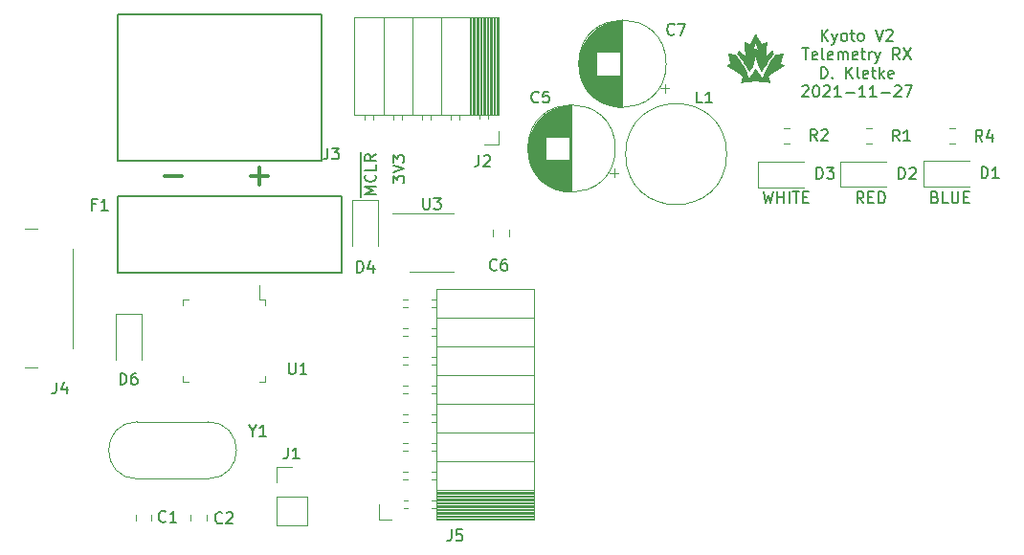
<source format=gbr>
G04 #@! TF.GenerationSoftware,KiCad,Pcbnew,(5.1.2)-1*
G04 #@! TF.CreationDate,2021-12-05T16:11:18-08:00*
G04 #@! TF.ProjectId,telemetry_receiver,74656c65-6d65-4747-9279-5f7265636569,rev?*
G04 #@! TF.SameCoordinates,Original*
G04 #@! TF.FileFunction,Legend,Top*
G04 #@! TF.FilePolarity,Positive*
%FSLAX46Y46*%
G04 Gerber Fmt 4.6, Leading zero omitted, Abs format (unit mm)*
G04 Created by KiCad (PCBNEW (5.1.2)-1) date 2021-12-05 16:11:18*
%MOMM*%
%LPD*%
G04 APERTURE LIST*
%ADD10C,0.150000*%
%ADD11C,0.120000*%
%ADD12C,0.010000*%
%ADD13C,0.300000*%
G04 APERTURE END LIST*
D10*
X159380952Y-71477380D02*
X159380952Y-70477380D01*
X159952380Y-71477380D02*
X159523809Y-70905952D01*
X159952380Y-70477380D02*
X159380952Y-71048809D01*
X160285714Y-70810714D02*
X160523809Y-71477380D01*
X160761904Y-70810714D02*
X160523809Y-71477380D01*
X160428571Y-71715476D01*
X160380952Y-71763095D01*
X160285714Y-71810714D01*
X161285714Y-71477380D02*
X161190476Y-71429761D01*
X161142857Y-71382142D01*
X161095238Y-71286904D01*
X161095238Y-71001190D01*
X161142857Y-70905952D01*
X161190476Y-70858333D01*
X161285714Y-70810714D01*
X161428571Y-70810714D01*
X161523809Y-70858333D01*
X161571428Y-70905952D01*
X161619047Y-71001190D01*
X161619047Y-71286904D01*
X161571428Y-71382142D01*
X161523809Y-71429761D01*
X161428571Y-71477380D01*
X161285714Y-71477380D01*
X161904761Y-70810714D02*
X162285714Y-70810714D01*
X162047619Y-70477380D02*
X162047619Y-71334523D01*
X162095238Y-71429761D01*
X162190476Y-71477380D01*
X162285714Y-71477380D01*
X162761904Y-71477380D02*
X162666666Y-71429761D01*
X162619047Y-71382142D01*
X162571428Y-71286904D01*
X162571428Y-71001190D01*
X162619047Y-70905952D01*
X162666666Y-70858333D01*
X162761904Y-70810714D01*
X162904761Y-70810714D01*
X163000000Y-70858333D01*
X163047619Y-70905952D01*
X163095238Y-71001190D01*
X163095238Y-71286904D01*
X163047619Y-71382142D01*
X163000000Y-71429761D01*
X162904761Y-71477380D01*
X162761904Y-71477380D01*
X164142857Y-70477380D02*
X164476190Y-71477380D01*
X164809523Y-70477380D01*
X165095238Y-70572619D02*
X165142857Y-70525000D01*
X165238095Y-70477380D01*
X165476190Y-70477380D01*
X165571428Y-70525000D01*
X165619047Y-70572619D01*
X165666666Y-70667857D01*
X165666666Y-70763095D01*
X165619047Y-70905952D01*
X165047619Y-71477380D01*
X165666666Y-71477380D01*
X157666666Y-72127380D02*
X158238095Y-72127380D01*
X157952380Y-73127380D02*
X157952380Y-72127380D01*
X158952380Y-73079761D02*
X158857142Y-73127380D01*
X158666666Y-73127380D01*
X158571428Y-73079761D01*
X158523809Y-72984523D01*
X158523809Y-72603571D01*
X158571428Y-72508333D01*
X158666666Y-72460714D01*
X158857142Y-72460714D01*
X158952380Y-72508333D01*
X159000000Y-72603571D01*
X159000000Y-72698809D01*
X158523809Y-72794047D01*
X159571428Y-73127380D02*
X159476190Y-73079761D01*
X159428571Y-72984523D01*
X159428571Y-72127380D01*
X160333333Y-73079761D02*
X160238095Y-73127380D01*
X160047619Y-73127380D01*
X159952380Y-73079761D01*
X159904761Y-72984523D01*
X159904761Y-72603571D01*
X159952380Y-72508333D01*
X160047619Y-72460714D01*
X160238095Y-72460714D01*
X160333333Y-72508333D01*
X160380952Y-72603571D01*
X160380952Y-72698809D01*
X159904761Y-72794047D01*
X160809523Y-73127380D02*
X160809523Y-72460714D01*
X160809523Y-72555952D02*
X160857142Y-72508333D01*
X160952380Y-72460714D01*
X161095238Y-72460714D01*
X161190476Y-72508333D01*
X161238095Y-72603571D01*
X161238095Y-73127380D01*
X161238095Y-72603571D02*
X161285714Y-72508333D01*
X161380952Y-72460714D01*
X161523809Y-72460714D01*
X161619047Y-72508333D01*
X161666666Y-72603571D01*
X161666666Y-73127380D01*
X162523809Y-73079761D02*
X162428571Y-73127380D01*
X162238095Y-73127380D01*
X162142857Y-73079761D01*
X162095238Y-72984523D01*
X162095238Y-72603571D01*
X162142857Y-72508333D01*
X162238095Y-72460714D01*
X162428571Y-72460714D01*
X162523809Y-72508333D01*
X162571428Y-72603571D01*
X162571428Y-72698809D01*
X162095238Y-72794047D01*
X162857142Y-72460714D02*
X163238095Y-72460714D01*
X163000000Y-72127380D02*
X163000000Y-72984523D01*
X163047619Y-73079761D01*
X163142857Y-73127380D01*
X163238095Y-73127380D01*
X163571428Y-73127380D02*
X163571428Y-72460714D01*
X163571428Y-72651190D02*
X163619047Y-72555952D01*
X163666666Y-72508333D01*
X163761904Y-72460714D01*
X163857142Y-72460714D01*
X164095238Y-72460714D02*
X164333333Y-73127380D01*
X164571428Y-72460714D02*
X164333333Y-73127380D01*
X164238095Y-73365476D01*
X164190476Y-73413095D01*
X164095238Y-73460714D01*
X166285714Y-73127380D02*
X165952380Y-72651190D01*
X165714285Y-73127380D02*
X165714285Y-72127380D01*
X166095238Y-72127380D01*
X166190476Y-72175000D01*
X166238095Y-72222619D01*
X166285714Y-72317857D01*
X166285714Y-72460714D01*
X166238095Y-72555952D01*
X166190476Y-72603571D01*
X166095238Y-72651190D01*
X165714285Y-72651190D01*
X166619047Y-72127380D02*
X167285714Y-73127380D01*
X167285714Y-72127380D02*
X166619047Y-73127380D01*
X159309523Y-74777380D02*
X159309523Y-73777380D01*
X159547619Y-73777380D01*
X159690476Y-73825000D01*
X159785714Y-73920238D01*
X159833333Y-74015476D01*
X159880952Y-74205952D01*
X159880952Y-74348809D01*
X159833333Y-74539285D01*
X159785714Y-74634523D01*
X159690476Y-74729761D01*
X159547619Y-74777380D01*
X159309523Y-74777380D01*
X160309523Y-74682142D02*
X160357142Y-74729761D01*
X160309523Y-74777380D01*
X160261904Y-74729761D01*
X160309523Y-74682142D01*
X160309523Y-74777380D01*
X161547619Y-74777380D02*
X161547619Y-73777380D01*
X162119047Y-74777380D02*
X161690476Y-74205952D01*
X162119047Y-73777380D02*
X161547619Y-74348809D01*
X162690476Y-74777380D02*
X162595238Y-74729761D01*
X162547619Y-74634523D01*
X162547619Y-73777380D01*
X163452380Y-74729761D02*
X163357142Y-74777380D01*
X163166666Y-74777380D01*
X163071428Y-74729761D01*
X163023809Y-74634523D01*
X163023809Y-74253571D01*
X163071428Y-74158333D01*
X163166666Y-74110714D01*
X163357142Y-74110714D01*
X163452380Y-74158333D01*
X163500000Y-74253571D01*
X163500000Y-74348809D01*
X163023809Y-74444047D01*
X163785714Y-74110714D02*
X164166666Y-74110714D01*
X163928571Y-73777380D02*
X163928571Y-74634523D01*
X163976190Y-74729761D01*
X164071428Y-74777380D01*
X164166666Y-74777380D01*
X164500000Y-74777380D02*
X164500000Y-73777380D01*
X164595238Y-74396428D02*
X164880952Y-74777380D01*
X164880952Y-74110714D02*
X164500000Y-74491666D01*
X165690476Y-74729761D02*
X165595238Y-74777380D01*
X165404761Y-74777380D01*
X165309523Y-74729761D01*
X165261904Y-74634523D01*
X165261904Y-74253571D01*
X165309523Y-74158333D01*
X165404761Y-74110714D01*
X165595238Y-74110714D01*
X165690476Y-74158333D01*
X165738095Y-74253571D01*
X165738095Y-74348809D01*
X165261904Y-74444047D01*
X157642857Y-75522619D02*
X157690476Y-75475000D01*
X157785714Y-75427380D01*
X158023809Y-75427380D01*
X158119047Y-75475000D01*
X158166666Y-75522619D01*
X158214285Y-75617857D01*
X158214285Y-75713095D01*
X158166666Y-75855952D01*
X157595238Y-76427380D01*
X158214285Y-76427380D01*
X158833333Y-75427380D02*
X158928571Y-75427380D01*
X159023809Y-75475000D01*
X159071428Y-75522619D01*
X159119047Y-75617857D01*
X159166666Y-75808333D01*
X159166666Y-76046428D01*
X159119047Y-76236904D01*
X159071428Y-76332142D01*
X159023809Y-76379761D01*
X158928571Y-76427380D01*
X158833333Y-76427380D01*
X158738095Y-76379761D01*
X158690476Y-76332142D01*
X158642857Y-76236904D01*
X158595238Y-76046428D01*
X158595238Y-75808333D01*
X158642857Y-75617857D01*
X158690476Y-75522619D01*
X158738095Y-75475000D01*
X158833333Y-75427380D01*
X159547619Y-75522619D02*
X159595238Y-75475000D01*
X159690476Y-75427380D01*
X159928571Y-75427380D01*
X160023809Y-75475000D01*
X160071428Y-75522619D01*
X160119047Y-75617857D01*
X160119047Y-75713095D01*
X160071428Y-75855952D01*
X159500000Y-76427380D01*
X160119047Y-76427380D01*
X161071428Y-76427380D02*
X160500000Y-76427380D01*
X160785714Y-76427380D02*
X160785714Y-75427380D01*
X160690476Y-75570238D01*
X160595238Y-75665476D01*
X160500000Y-75713095D01*
X161500000Y-76046428D02*
X162261904Y-76046428D01*
X163261904Y-76427380D02*
X162690476Y-76427380D01*
X162976190Y-76427380D02*
X162976190Y-75427380D01*
X162880952Y-75570238D01*
X162785714Y-75665476D01*
X162690476Y-75713095D01*
X164214285Y-76427380D02*
X163642857Y-76427380D01*
X163928571Y-76427380D02*
X163928571Y-75427380D01*
X163833333Y-75570238D01*
X163738095Y-75665476D01*
X163642857Y-75713095D01*
X164642857Y-76046428D02*
X165404761Y-76046428D01*
X165833333Y-75522619D02*
X165880952Y-75475000D01*
X165976190Y-75427380D01*
X166214285Y-75427380D01*
X166309523Y-75475000D01*
X166357142Y-75522619D01*
X166404761Y-75617857D01*
X166404761Y-75713095D01*
X166357142Y-75855952D01*
X165785714Y-76427380D01*
X166404761Y-76427380D01*
X166738095Y-75427380D02*
X167404761Y-75427380D01*
X166976190Y-76427380D01*
X169420476Y-85308571D02*
X169563333Y-85356190D01*
X169610952Y-85403809D01*
X169658571Y-85499047D01*
X169658571Y-85641904D01*
X169610952Y-85737142D01*
X169563333Y-85784761D01*
X169468095Y-85832380D01*
X169087142Y-85832380D01*
X169087142Y-84832380D01*
X169420476Y-84832380D01*
X169515714Y-84880000D01*
X169563333Y-84927619D01*
X169610952Y-85022857D01*
X169610952Y-85118095D01*
X169563333Y-85213333D01*
X169515714Y-85260952D01*
X169420476Y-85308571D01*
X169087142Y-85308571D01*
X170563333Y-85832380D02*
X170087142Y-85832380D01*
X170087142Y-84832380D01*
X170896666Y-84832380D02*
X170896666Y-85641904D01*
X170944285Y-85737142D01*
X170991904Y-85784761D01*
X171087142Y-85832380D01*
X171277619Y-85832380D01*
X171372857Y-85784761D01*
X171420476Y-85737142D01*
X171468095Y-85641904D01*
X171468095Y-84832380D01*
X171944285Y-85308571D02*
X172277619Y-85308571D01*
X172420476Y-85832380D02*
X171944285Y-85832380D01*
X171944285Y-84832380D01*
X172420476Y-84832380D01*
X163087142Y-85832380D02*
X162753809Y-85356190D01*
X162515714Y-85832380D02*
X162515714Y-84832380D01*
X162896666Y-84832380D01*
X162991904Y-84880000D01*
X163039523Y-84927619D01*
X163087142Y-85022857D01*
X163087142Y-85165714D01*
X163039523Y-85260952D01*
X162991904Y-85308571D01*
X162896666Y-85356190D01*
X162515714Y-85356190D01*
X163515714Y-85308571D02*
X163849047Y-85308571D01*
X163991904Y-85832380D02*
X163515714Y-85832380D01*
X163515714Y-84832380D01*
X163991904Y-84832380D01*
X164420476Y-85832380D02*
X164420476Y-84832380D01*
X164658571Y-84832380D01*
X164801428Y-84880000D01*
X164896666Y-84975238D01*
X164944285Y-85070476D01*
X164991904Y-85260952D01*
X164991904Y-85403809D01*
X164944285Y-85594285D01*
X164896666Y-85689523D01*
X164801428Y-85784761D01*
X164658571Y-85832380D01*
X164420476Y-85832380D01*
X154206190Y-84832380D02*
X154444285Y-85832380D01*
X154634761Y-85118095D01*
X154825238Y-85832380D01*
X155063333Y-84832380D01*
X155444285Y-85832380D02*
X155444285Y-84832380D01*
X155444285Y-85308571D02*
X156015714Y-85308571D01*
X156015714Y-85832380D02*
X156015714Y-84832380D01*
X156491904Y-85832380D02*
X156491904Y-84832380D01*
X156825238Y-84832380D02*
X157396666Y-84832380D01*
X157110952Y-85832380D02*
X157110952Y-84832380D01*
X157730000Y-85308571D02*
X158063333Y-85308571D01*
X158206190Y-85832380D02*
X157730000Y-85832380D01*
X157730000Y-84832380D01*
X158206190Y-84832380D01*
X121452380Y-84038095D02*
X121452380Y-83419047D01*
X121833333Y-83752380D01*
X121833333Y-83609523D01*
X121880952Y-83514285D01*
X121928571Y-83466666D01*
X122023809Y-83419047D01*
X122261904Y-83419047D01*
X122357142Y-83466666D01*
X122404761Y-83514285D01*
X122452380Y-83609523D01*
X122452380Y-83895238D01*
X122404761Y-83990476D01*
X122357142Y-84038095D01*
X121452380Y-83133333D02*
X122452380Y-82800000D01*
X121452380Y-82466666D01*
X121452380Y-82228571D02*
X121452380Y-81609523D01*
X121833333Y-81942857D01*
X121833333Y-81800000D01*
X121880952Y-81704761D01*
X121928571Y-81657142D01*
X122023809Y-81609523D01*
X122261904Y-81609523D01*
X122357142Y-81657142D01*
X122404761Y-81704761D01*
X122452380Y-81800000D01*
X122452380Y-82085714D01*
X122404761Y-82180952D01*
X122357142Y-82228571D01*
X118585000Y-85276190D02*
X118585000Y-84133333D01*
X119952380Y-85038095D02*
X118952380Y-85038095D01*
X119666666Y-84704761D01*
X118952380Y-84371428D01*
X119952380Y-84371428D01*
X118585000Y-84133333D02*
X118585000Y-83133333D01*
X119857142Y-83323809D02*
X119904761Y-83371428D01*
X119952380Y-83514285D01*
X119952380Y-83609523D01*
X119904761Y-83752380D01*
X119809523Y-83847619D01*
X119714285Y-83895238D01*
X119523809Y-83942857D01*
X119380952Y-83942857D01*
X119190476Y-83895238D01*
X119095238Y-83847619D01*
X119000000Y-83752380D01*
X118952380Y-83609523D01*
X118952380Y-83514285D01*
X119000000Y-83371428D01*
X119047619Y-83323809D01*
X118585000Y-83133333D02*
X118585000Y-82323809D01*
X119952380Y-82419047D02*
X119952380Y-82895238D01*
X118952380Y-82895238D01*
X118585000Y-82323809D02*
X118585000Y-81323809D01*
X119952380Y-81514285D02*
X119476190Y-81847619D01*
X119952380Y-82085714D02*
X118952380Y-82085714D01*
X118952380Y-81704761D01*
X119000000Y-81609523D01*
X119047619Y-81561904D01*
X119142857Y-81514285D01*
X119285714Y-81514285D01*
X119380952Y-81561904D01*
X119428571Y-81609523D01*
X119476190Y-81704761D01*
X119476190Y-82085714D01*
D11*
X133930000Y-113710000D02*
X125300000Y-113710000D01*
X133930000Y-113591905D02*
X125300000Y-113591905D01*
X133930000Y-113473810D02*
X125300000Y-113473810D01*
X133930000Y-113355715D02*
X125300000Y-113355715D01*
X133930000Y-113237620D02*
X125300000Y-113237620D01*
X133930000Y-113119525D02*
X125300000Y-113119525D01*
X133930000Y-113001430D02*
X125300000Y-113001430D01*
X133930000Y-112883335D02*
X125300000Y-112883335D01*
X133930000Y-112765240D02*
X125300000Y-112765240D01*
X133930000Y-112647145D02*
X125300000Y-112647145D01*
X133930000Y-112529050D02*
X125300000Y-112529050D01*
X133930000Y-112410955D02*
X125300000Y-112410955D01*
X133930000Y-112292860D02*
X125300000Y-112292860D01*
X133930000Y-112174765D02*
X125300000Y-112174765D01*
X133930000Y-112056670D02*
X125300000Y-112056670D01*
X133930000Y-111938575D02*
X125300000Y-111938575D01*
X133930000Y-111820480D02*
X125300000Y-111820480D01*
X133930000Y-111702385D02*
X125300000Y-111702385D01*
X133930000Y-111584290D02*
X125300000Y-111584290D01*
X133930000Y-111466195D02*
X125300000Y-111466195D01*
X133930000Y-111348100D02*
X125300000Y-111348100D01*
X125300000Y-112860000D02*
X124890000Y-112860000D01*
X122790000Y-112860000D02*
X122410000Y-112860000D01*
X125300000Y-112140000D02*
X124890000Y-112140000D01*
X122790000Y-112140000D02*
X122410000Y-112140000D01*
X125300000Y-110320000D02*
X124890000Y-110320000D01*
X122790000Y-110320000D02*
X122350000Y-110320000D01*
X125300000Y-109600000D02*
X124890000Y-109600000D01*
X122790000Y-109600000D02*
X122350000Y-109600000D01*
X125300000Y-107780000D02*
X124890000Y-107780000D01*
X122790000Y-107780000D02*
X122350000Y-107780000D01*
X125300000Y-107060000D02*
X124890000Y-107060000D01*
X122790000Y-107060000D02*
X122350000Y-107060000D01*
X125300000Y-105240000D02*
X124890000Y-105240000D01*
X122790000Y-105240000D02*
X122350000Y-105240000D01*
X125300000Y-104520000D02*
X124890000Y-104520000D01*
X122790000Y-104520000D02*
X122350000Y-104520000D01*
X125300000Y-102700000D02*
X124890000Y-102700000D01*
X122790000Y-102700000D02*
X122350000Y-102700000D01*
X125300000Y-101980000D02*
X124890000Y-101980000D01*
X122790000Y-101980000D02*
X122350000Y-101980000D01*
X125300000Y-100160000D02*
X124890000Y-100160000D01*
X122790000Y-100160000D02*
X122350000Y-100160000D01*
X125300000Y-99440000D02*
X124890000Y-99440000D01*
X122790000Y-99440000D02*
X122350000Y-99440000D01*
X125300000Y-97620000D02*
X124890000Y-97620000D01*
X122790000Y-97620000D02*
X122350000Y-97620000D01*
X125300000Y-96900000D02*
X124890000Y-96900000D01*
X122790000Y-96900000D02*
X122350000Y-96900000D01*
X125300000Y-95080000D02*
X124890000Y-95080000D01*
X122790000Y-95080000D02*
X122350000Y-95080000D01*
X125300000Y-94360000D02*
X124890000Y-94360000D01*
X122790000Y-94360000D02*
X122350000Y-94360000D01*
X133930000Y-111230000D02*
X125300000Y-111230000D01*
X133930000Y-108690000D02*
X125300000Y-108690000D01*
X133930000Y-106150000D02*
X125300000Y-106150000D01*
X133930000Y-103610000D02*
X125300000Y-103610000D01*
X133930000Y-101070000D02*
X125300000Y-101070000D01*
X133930000Y-98530000D02*
X125300000Y-98530000D01*
X133930000Y-95990000D02*
X125300000Y-95990000D01*
X133930000Y-113830000D02*
X125300000Y-113830000D01*
X125300000Y-113830000D02*
X125300000Y-93390000D01*
X133930000Y-93390000D02*
X125300000Y-93390000D01*
X133930000Y-113830000D02*
X133930000Y-93390000D01*
X120190000Y-113830000D02*
X120190000Y-112500000D01*
X121300000Y-113830000D02*
X120190000Y-113830000D01*
X102890000Y-101160000D02*
X102890000Y-101610000D01*
X102890000Y-101610000D02*
X103340000Y-101610000D01*
X102890000Y-94840000D02*
X102890000Y-94390000D01*
X102890000Y-94390000D02*
X103340000Y-94390000D01*
X110110000Y-101160000D02*
X110110000Y-101610000D01*
X110110000Y-101610000D02*
X109660000Y-101610000D01*
X110110000Y-94840000D02*
X110110000Y-94390000D01*
X110110000Y-94390000D02*
X109660000Y-94390000D01*
X109660000Y-94390000D02*
X109660000Y-93100000D01*
X150970000Y-81500000D02*
G75*
G03X150970000Y-81500000I-4470000J0D01*
G01*
X130710000Y-69410000D02*
X130710000Y-78040000D01*
X130591905Y-69410000D02*
X130591905Y-78040000D01*
X130473810Y-69410000D02*
X130473810Y-78040000D01*
X130355715Y-69410000D02*
X130355715Y-78040000D01*
X130237620Y-69410000D02*
X130237620Y-78040000D01*
X130119525Y-69410000D02*
X130119525Y-78040000D01*
X130001430Y-69410000D02*
X130001430Y-78040000D01*
X129883335Y-69410000D02*
X129883335Y-78040000D01*
X129765240Y-69410000D02*
X129765240Y-78040000D01*
X129647145Y-69410000D02*
X129647145Y-78040000D01*
X129529050Y-69410000D02*
X129529050Y-78040000D01*
X129410955Y-69410000D02*
X129410955Y-78040000D01*
X129292860Y-69410000D02*
X129292860Y-78040000D01*
X129174765Y-69410000D02*
X129174765Y-78040000D01*
X129056670Y-69410000D02*
X129056670Y-78040000D01*
X128938575Y-69410000D02*
X128938575Y-78040000D01*
X128820480Y-69410000D02*
X128820480Y-78040000D01*
X128702385Y-69410000D02*
X128702385Y-78040000D01*
X128584290Y-69410000D02*
X128584290Y-78040000D01*
X128466195Y-69410000D02*
X128466195Y-78040000D01*
X128348100Y-69410000D02*
X128348100Y-78040000D01*
X129860000Y-78040000D02*
X129860000Y-78390000D01*
X129140000Y-78040000D02*
X129140000Y-78390000D01*
X127320000Y-78040000D02*
X127320000Y-78450000D01*
X126600000Y-78040000D02*
X126600000Y-78450000D01*
X124780000Y-78040000D02*
X124780000Y-78450000D01*
X124060000Y-78040000D02*
X124060000Y-78450000D01*
X122240000Y-78040000D02*
X122240000Y-78450000D01*
X121520000Y-78040000D02*
X121520000Y-78450000D01*
X119700000Y-78040000D02*
X119700000Y-78450000D01*
X118980000Y-78040000D02*
X118980000Y-78450000D01*
X128230000Y-69410000D02*
X128230000Y-78040000D01*
X125690000Y-69410000D02*
X125690000Y-78040000D01*
X123150000Y-69410000D02*
X123150000Y-78040000D01*
X120610000Y-69410000D02*
X120610000Y-78040000D01*
X130830000Y-69410000D02*
X130830000Y-78040000D01*
X130830000Y-78040000D02*
X118010000Y-78040000D01*
X118010000Y-69410000D02*
X118010000Y-78040000D01*
X130830000Y-69410000D02*
X118010000Y-69410000D01*
X130830000Y-80610000D02*
X129500000Y-80610000D01*
X130830000Y-79500000D02*
X130830000Y-80610000D01*
D10*
X97100000Y-69100000D02*
X115150000Y-69100000D01*
X115150000Y-69100000D02*
X115150000Y-82100000D01*
X115150000Y-82100000D02*
X97100000Y-82100000D01*
X97100000Y-69100000D02*
X97100000Y-82100000D01*
D11*
X98823900Y-105178280D02*
X105073900Y-105178280D01*
X98823900Y-110228280D02*
X105073900Y-110228280D01*
X98823900Y-110228280D02*
G75*
G02X98823900Y-105178280I0J2525000D01*
G01*
X105073900Y-110228280D02*
G75*
G03X105073900Y-105178280I0J2525000D01*
G01*
X124881380Y-91886720D02*
X126831380Y-91886720D01*
X124881380Y-91886720D02*
X122931380Y-91886720D01*
X124881380Y-86766720D02*
X126831380Y-86766720D01*
X124881380Y-86766720D02*
X121431380Y-86766720D01*
X93120160Y-98639080D02*
X93120160Y-89839080D01*
X89950160Y-100384080D02*
X88900160Y-100384080D01*
X89950160Y-88094080D02*
X88900160Y-88094080D01*
X111170000Y-114370000D02*
X113830000Y-114370000D01*
X111170000Y-111770000D02*
X111170000Y-114370000D01*
X113830000Y-111770000D02*
X113830000Y-114370000D01*
X111170000Y-111770000D02*
X113830000Y-111770000D01*
X111170000Y-110500000D02*
X111170000Y-109170000D01*
X111170000Y-109170000D02*
X112500000Y-109170000D01*
D10*
X97108800Y-85243960D02*
X116908800Y-85243960D01*
X116908800Y-85243960D02*
X116908800Y-91963960D01*
X116908800Y-91963960D02*
X97108800Y-91963960D01*
X97108800Y-91963960D02*
X97108800Y-85243960D01*
D11*
X99235000Y-99687500D02*
X99235000Y-95627500D01*
X99235000Y-95627500D02*
X96965000Y-95627500D01*
X96965000Y-95627500D02*
X96965000Y-99687500D01*
X120135000Y-89600000D02*
X120135000Y-85540000D01*
X120135000Y-85540000D02*
X117865000Y-85540000D01*
X117865000Y-85540000D02*
X117865000Y-89600000D01*
X145620000Y-73500000D02*
G75*
G03X145620000Y-73500000I-3870000J0D01*
G01*
X141750000Y-77330000D02*
X141750000Y-69670000D01*
X141710000Y-77330000D02*
X141710000Y-69670000D01*
X141670000Y-77330000D02*
X141670000Y-69670000D01*
X141630000Y-77329000D02*
X141630000Y-69671000D01*
X141590000Y-77327000D02*
X141590000Y-69673000D01*
X141550000Y-77325000D02*
X141550000Y-69675000D01*
X141510000Y-77323000D02*
X141510000Y-74540000D01*
X141510000Y-72460000D02*
X141510000Y-69677000D01*
X141470000Y-77320000D02*
X141470000Y-74540000D01*
X141470000Y-72460000D02*
X141470000Y-69680000D01*
X141430000Y-77317000D02*
X141430000Y-74540000D01*
X141430000Y-72460000D02*
X141430000Y-69683000D01*
X141390000Y-77314000D02*
X141390000Y-74540000D01*
X141390000Y-72460000D02*
X141390000Y-69686000D01*
X141350000Y-77310000D02*
X141350000Y-74540000D01*
X141350000Y-72460000D02*
X141350000Y-69690000D01*
X141310000Y-77305000D02*
X141310000Y-74540000D01*
X141310000Y-72460000D02*
X141310000Y-69695000D01*
X141270000Y-77301000D02*
X141270000Y-74540000D01*
X141270000Y-72460000D02*
X141270000Y-69699000D01*
X141230000Y-77295000D02*
X141230000Y-74540000D01*
X141230000Y-72460000D02*
X141230000Y-69705000D01*
X141190000Y-77290000D02*
X141190000Y-74540000D01*
X141190000Y-72460000D02*
X141190000Y-69710000D01*
X141150000Y-77284000D02*
X141150000Y-74540000D01*
X141150000Y-72460000D02*
X141150000Y-69716000D01*
X141110000Y-77277000D02*
X141110000Y-74540000D01*
X141110000Y-72460000D02*
X141110000Y-69723000D01*
X141070000Y-77270000D02*
X141070000Y-74540000D01*
X141070000Y-72460000D02*
X141070000Y-69730000D01*
X141029000Y-77263000D02*
X141029000Y-74540000D01*
X141029000Y-72460000D02*
X141029000Y-69737000D01*
X140989000Y-77255000D02*
X140989000Y-74540000D01*
X140989000Y-72460000D02*
X140989000Y-69745000D01*
X140949000Y-77247000D02*
X140949000Y-74540000D01*
X140949000Y-72460000D02*
X140949000Y-69753000D01*
X140909000Y-77238000D02*
X140909000Y-74540000D01*
X140909000Y-72460000D02*
X140909000Y-69762000D01*
X140869000Y-77229000D02*
X140869000Y-74540000D01*
X140869000Y-72460000D02*
X140869000Y-69771000D01*
X140829000Y-77220000D02*
X140829000Y-74540000D01*
X140829000Y-72460000D02*
X140829000Y-69780000D01*
X140789000Y-77210000D02*
X140789000Y-74540000D01*
X140789000Y-72460000D02*
X140789000Y-69790000D01*
X140749000Y-77199000D02*
X140749000Y-74540000D01*
X140749000Y-72460000D02*
X140749000Y-69801000D01*
X140709000Y-77188000D02*
X140709000Y-74540000D01*
X140709000Y-72460000D02*
X140709000Y-69812000D01*
X140669000Y-77177000D02*
X140669000Y-74540000D01*
X140669000Y-72460000D02*
X140669000Y-69823000D01*
X140629000Y-77165000D02*
X140629000Y-74540000D01*
X140629000Y-72460000D02*
X140629000Y-69835000D01*
X140589000Y-77153000D02*
X140589000Y-74540000D01*
X140589000Y-72460000D02*
X140589000Y-69847000D01*
X140549000Y-77140000D02*
X140549000Y-74540000D01*
X140549000Y-72460000D02*
X140549000Y-69860000D01*
X140509000Y-77126000D02*
X140509000Y-74540000D01*
X140509000Y-72460000D02*
X140509000Y-69874000D01*
X140469000Y-77113000D02*
X140469000Y-74540000D01*
X140469000Y-72460000D02*
X140469000Y-69887000D01*
X140429000Y-77098000D02*
X140429000Y-74540000D01*
X140429000Y-72460000D02*
X140429000Y-69902000D01*
X140389000Y-77084000D02*
X140389000Y-74540000D01*
X140389000Y-72460000D02*
X140389000Y-69916000D01*
X140349000Y-77068000D02*
X140349000Y-74540000D01*
X140349000Y-72460000D02*
X140349000Y-69932000D01*
X140309000Y-77053000D02*
X140309000Y-74540000D01*
X140309000Y-72460000D02*
X140309000Y-69947000D01*
X140269000Y-77036000D02*
X140269000Y-74540000D01*
X140269000Y-72460000D02*
X140269000Y-69964000D01*
X140229000Y-77020000D02*
X140229000Y-74540000D01*
X140229000Y-72460000D02*
X140229000Y-69980000D01*
X140189000Y-77002000D02*
X140189000Y-74540000D01*
X140189000Y-72460000D02*
X140189000Y-69998000D01*
X140149000Y-76984000D02*
X140149000Y-74540000D01*
X140149000Y-72460000D02*
X140149000Y-70016000D01*
X140109000Y-76966000D02*
X140109000Y-74540000D01*
X140109000Y-72460000D02*
X140109000Y-70034000D01*
X140069000Y-76947000D02*
X140069000Y-74540000D01*
X140069000Y-72460000D02*
X140069000Y-70053000D01*
X140029000Y-76927000D02*
X140029000Y-74540000D01*
X140029000Y-72460000D02*
X140029000Y-70073000D01*
X139989000Y-76907000D02*
X139989000Y-74540000D01*
X139989000Y-72460000D02*
X139989000Y-70093000D01*
X139949000Y-76886000D02*
X139949000Y-74540000D01*
X139949000Y-72460000D02*
X139949000Y-70114000D01*
X139909000Y-76865000D02*
X139909000Y-74540000D01*
X139909000Y-72460000D02*
X139909000Y-70135000D01*
X139869000Y-76843000D02*
X139869000Y-74540000D01*
X139869000Y-72460000D02*
X139869000Y-70157000D01*
X139829000Y-76821000D02*
X139829000Y-74540000D01*
X139829000Y-72460000D02*
X139829000Y-70179000D01*
X139789000Y-76797000D02*
X139789000Y-74540000D01*
X139789000Y-72460000D02*
X139789000Y-70203000D01*
X139749000Y-76774000D02*
X139749000Y-74540000D01*
X139749000Y-72460000D02*
X139749000Y-70226000D01*
X139709000Y-76749000D02*
X139709000Y-74540000D01*
X139709000Y-72460000D02*
X139709000Y-70251000D01*
X139669000Y-76724000D02*
X139669000Y-74540000D01*
X139669000Y-72460000D02*
X139669000Y-70276000D01*
X139629000Y-76698000D02*
X139629000Y-74540000D01*
X139629000Y-72460000D02*
X139629000Y-70302000D01*
X139589000Y-76672000D02*
X139589000Y-74540000D01*
X139589000Y-72460000D02*
X139589000Y-70328000D01*
X139549000Y-76644000D02*
X139549000Y-74540000D01*
X139549000Y-72460000D02*
X139549000Y-70356000D01*
X139509000Y-76616000D02*
X139509000Y-74540000D01*
X139509000Y-72460000D02*
X139509000Y-70384000D01*
X139469000Y-76588000D02*
X139469000Y-74540000D01*
X139469000Y-72460000D02*
X139469000Y-70412000D01*
X139429000Y-76558000D02*
X139429000Y-70442000D01*
X139389000Y-76528000D02*
X139389000Y-70472000D01*
X139349000Y-76496000D02*
X139349000Y-70504000D01*
X139309000Y-76464000D02*
X139309000Y-70536000D01*
X139269000Y-76431000D02*
X139269000Y-70569000D01*
X139229000Y-76398000D02*
X139229000Y-70602000D01*
X139189000Y-76363000D02*
X139189000Y-70637000D01*
X139149000Y-76327000D02*
X139149000Y-70673000D01*
X139109000Y-76290000D02*
X139109000Y-70710000D01*
X139069000Y-76252000D02*
X139069000Y-70748000D01*
X139029000Y-76213000D02*
X139029000Y-70787000D01*
X138989000Y-76173000D02*
X138989000Y-70827000D01*
X138949000Y-76132000D02*
X138949000Y-70868000D01*
X138909000Y-76089000D02*
X138909000Y-70911000D01*
X138869000Y-76046000D02*
X138869000Y-70954000D01*
X138829000Y-76000000D02*
X138829000Y-71000000D01*
X138789000Y-75954000D02*
X138789000Y-71046000D01*
X138749000Y-75905000D02*
X138749000Y-71095000D01*
X138709000Y-75855000D02*
X138709000Y-71145000D01*
X138669000Y-75804000D02*
X138669000Y-71196000D01*
X138629000Y-75750000D02*
X138629000Y-71250000D01*
X138589000Y-75695000D02*
X138589000Y-71305000D01*
X138549000Y-75637000D02*
X138549000Y-71363000D01*
X138509000Y-75577000D02*
X138509000Y-71423000D01*
X138469000Y-75514000D02*
X138469000Y-71486000D01*
X138429000Y-75449000D02*
X138429000Y-71551000D01*
X138389000Y-75381000D02*
X138389000Y-71619000D01*
X138349000Y-75309000D02*
X138349000Y-71691000D01*
X138309000Y-75233000D02*
X138309000Y-71767000D01*
X138269000Y-75154000D02*
X138269000Y-71846000D01*
X138229000Y-75069000D02*
X138229000Y-71931000D01*
X138189000Y-74978000D02*
X138189000Y-72022000D01*
X138149000Y-74881000D02*
X138149000Y-72119000D01*
X138109000Y-74775000D02*
X138109000Y-72225000D01*
X138069000Y-74658000D02*
X138069000Y-72342000D01*
X138029000Y-74528000D02*
X138029000Y-72472000D01*
X137989000Y-74377000D02*
X137989000Y-72623000D01*
X137949000Y-74193000D02*
X137949000Y-72807000D01*
X137909000Y-73941000D02*
X137909000Y-73059000D01*
X145892211Y-75675000D02*
X145142211Y-75675000D01*
X145517211Y-76050000D02*
X145517211Y-75300000D01*
X131710000Y-88213748D02*
X131710000Y-88736252D01*
X130290000Y-88213748D02*
X130290000Y-88736252D01*
X141120000Y-81000000D02*
G75*
G03X141120000Y-81000000I-3870000J0D01*
G01*
X137250000Y-84830000D02*
X137250000Y-77170000D01*
X137210000Y-84830000D02*
X137210000Y-77170000D01*
X137170000Y-84830000D02*
X137170000Y-77170000D01*
X137130000Y-84829000D02*
X137130000Y-77171000D01*
X137090000Y-84827000D02*
X137090000Y-77173000D01*
X137050000Y-84825000D02*
X137050000Y-77175000D01*
X137010000Y-84823000D02*
X137010000Y-82040000D01*
X137010000Y-79960000D02*
X137010000Y-77177000D01*
X136970000Y-84820000D02*
X136970000Y-82040000D01*
X136970000Y-79960000D02*
X136970000Y-77180000D01*
X136930000Y-84817000D02*
X136930000Y-82040000D01*
X136930000Y-79960000D02*
X136930000Y-77183000D01*
X136890000Y-84814000D02*
X136890000Y-82040000D01*
X136890000Y-79960000D02*
X136890000Y-77186000D01*
X136850000Y-84810000D02*
X136850000Y-82040000D01*
X136850000Y-79960000D02*
X136850000Y-77190000D01*
X136810000Y-84805000D02*
X136810000Y-82040000D01*
X136810000Y-79960000D02*
X136810000Y-77195000D01*
X136770000Y-84801000D02*
X136770000Y-82040000D01*
X136770000Y-79960000D02*
X136770000Y-77199000D01*
X136730000Y-84795000D02*
X136730000Y-82040000D01*
X136730000Y-79960000D02*
X136730000Y-77205000D01*
X136690000Y-84790000D02*
X136690000Y-82040000D01*
X136690000Y-79960000D02*
X136690000Y-77210000D01*
X136650000Y-84784000D02*
X136650000Y-82040000D01*
X136650000Y-79960000D02*
X136650000Y-77216000D01*
X136610000Y-84777000D02*
X136610000Y-82040000D01*
X136610000Y-79960000D02*
X136610000Y-77223000D01*
X136570000Y-84770000D02*
X136570000Y-82040000D01*
X136570000Y-79960000D02*
X136570000Y-77230000D01*
X136529000Y-84763000D02*
X136529000Y-82040000D01*
X136529000Y-79960000D02*
X136529000Y-77237000D01*
X136489000Y-84755000D02*
X136489000Y-82040000D01*
X136489000Y-79960000D02*
X136489000Y-77245000D01*
X136449000Y-84747000D02*
X136449000Y-82040000D01*
X136449000Y-79960000D02*
X136449000Y-77253000D01*
X136409000Y-84738000D02*
X136409000Y-82040000D01*
X136409000Y-79960000D02*
X136409000Y-77262000D01*
X136369000Y-84729000D02*
X136369000Y-82040000D01*
X136369000Y-79960000D02*
X136369000Y-77271000D01*
X136329000Y-84720000D02*
X136329000Y-82040000D01*
X136329000Y-79960000D02*
X136329000Y-77280000D01*
X136289000Y-84710000D02*
X136289000Y-82040000D01*
X136289000Y-79960000D02*
X136289000Y-77290000D01*
X136249000Y-84699000D02*
X136249000Y-82040000D01*
X136249000Y-79960000D02*
X136249000Y-77301000D01*
X136209000Y-84688000D02*
X136209000Y-82040000D01*
X136209000Y-79960000D02*
X136209000Y-77312000D01*
X136169000Y-84677000D02*
X136169000Y-82040000D01*
X136169000Y-79960000D02*
X136169000Y-77323000D01*
X136129000Y-84665000D02*
X136129000Y-82040000D01*
X136129000Y-79960000D02*
X136129000Y-77335000D01*
X136089000Y-84653000D02*
X136089000Y-82040000D01*
X136089000Y-79960000D02*
X136089000Y-77347000D01*
X136049000Y-84640000D02*
X136049000Y-82040000D01*
X136049000Y-79960000D02*
X136049000Y-77360000D01*
X136009000Y-84626000D02*
X136009000Y-82040000D01*
X136009000Y-79960000D02*
X136009000Y-77374000D01*
X135969000Y-84613000D02*
X135969000Y-82040000D01*
X135969000Y-79960000D02*
X135969000Y-77387000D01*
X135929000Y-84598000D02*
X135929000Y-82040000D01*
X135929000Y-79960000D02*
X135929000Y-77402000D01*
X135889000Y-84584000D02*
X135889000Y-82040000D01*
X135889000Y-79960000D02*
X135889000Y-77416000D01*
X135849000Y-84568000D02*
X135849000Y-82040000D01*
X135849000Y-79960000D02*
X135849000Y-77432000D01*
X135809000Y-84553000D02*
X135809000Y-82040000D01*
X135809000Y-79960000D02*
X135809000Y-77447000D01*
X135769000Y-84536000D02*
X135769000Y-82040000D01*
X135769000Y-79960000D02*
X135769000Y-77464000D01*
X135729000Y-84520000D02*
X135729000Y-82040000D01*
X135729000Y-79960000D02*
X135729000Y-77480000D01*
X135689000Y-84502000D02*
X135689000Y-82040000D01*
X135689000Y-79960000D02*
X135689000Y-77498000D01*
X135649000Y-84484000D02*
X135649000Y-82040000D01*
X135649000Y-79960000D02*
X135649000Y-77516000D01*
X135609000Y-84466000D02*
X135609000Y-82040000D01*
X135609000Y-79960000D02*
X135609000Y-77534000D01*
X135569000Y-84447000D02*
X135569000Y-82040000D01*
X135569000Y-79960000D02*
X135569000Y-77553000D01*
X135529000Y-84427000D02*
X135529000Y-82040000D01*
X135529000Y-79960000D02*
X135529000Y-77573000D01*
X135489000Y-84407000D02*
X135489000Y-82040000D01*
X135489000Y-79960000D02*
X135489000Y-77593000D01*
X135449000Y-84386000D02*
X135449000Y-82040000D01*
X135449000Y-79960000D02*
X135449000Y-77614000D01*
X135409000Y-84365000D02*
X135409000Y-82040000D01*
X135409000Y-79960000D02*
X135409000Y-77635000D01*
X135369000Y-84343000D02*
X135369000Y-82040000D01*
X135369000Y-79960000D02*
X135369000Y-77657000D01*
X135329000Y-84321000D02*
X135329000Y-82040000D01*
X135329000Y-79960000D02*
X135329000Y-77679000D01*
X135289000Y-84297000D02*
X135289000Y-82040000D01*
X135289000Y-79960000D02*
X135289000Y-77703000D01*
X135249000Y-84274000D02*
X135249000Y-82040000D01*
X135249000Y-79960000D02*
X135249000Y-77726000D01*
X135209000Y-84249000D02*
X135209000Y-82040000D01*
X135209000Y-79960000D02*
X135209000Y-77751000D01*
X135169000Y-84224000D02*
X135169000Y-82040000D01*
X135169000Y-79960000D02*
X135169000Y-77776000D01*
X135129000Y-84198000D02*
X135129000Y-82040000D01*
X135129000Y-79960000D02*
X135129000Y-77802000D01*
X135089000Y-84172000D02*
X135089000Y-82040000D01*
X135089000Y-79960000D02*
X135089000Y-77828000D01*
X135049000Y-84144000D02*
X135049000Y-82040000D01*
X135049000Y-79960000D02*
X135049000Y-77856000D01*
X135009000Y-84116000D02*
X135009000Y-82040000D01*
X135009000Y-79960000D02*
X135009000Y-77884000D01*
X134969000Y-84088000D02*
X134969000Y-82040000D01*
X134969000Y-79960000D02*
X134969000Y-77912000D01*
X134929000Y-84058000D02*
X134929000Y-77942000D01*
X134889000Y-84028000D02*
X134889000Y-77972000D01*
X134849000Y-83996000D02*
X134849000Y-78004000D01*
X134809000Y-83964000D02*
X134809000Y-78036000D01*
X134769000Y-83931000D02*
X134769000Y-78069000D01*
X134729000Y-83898000D02*
X134729000Y-78102000D01*
X134689000Y-83863000D02*
X134689000Y-78137000D01*
X134649000Y-83827000D02*
X134649000Y-78173000D01*
X134609000Y-83790000D02*
X134609000Y-78210000D01*
X134569000Y-83752000D02*
X134569000Y-78248000D01*
X134529000Y-83713000D02*
X134529000Y-78287000D01*
X134489000Y-83673000D02*
X134489000Y-78327000D01*
X134449000Y-83632000D02*
X134449000Y-78368000D01*
X134409000Y-83589000D02*
X134409000Y-78411000D01*
X134369000Y-83546000D02*
X134369000Y-78454000D01*
X134329000Y-83500000D02*
X134329000Y-78500000D01*
X134289000Y-83454000D02*
X134289000Y-78546000D01*
X134249000Y-83405000D02*
X134249000Y-78595000D01*
X134209000Y-83355000D02*
X134209000Y-78645000D01*
X134169000Y-83304000D02*
X134169000Y-78696000D01*
X134129000Y-83250000D02*
X134129000Y-78750000D01*
X134089000Y-83195000D02*
X134089000Y-78805000D01*
X134049000Y-83137000D02*
X134049000Y-78863000D01*
X134009000Y-83077000D02*
X134009000Y-78923000D01*
X133969000Y-83014000D02*
X133969000Y-78986000D01*
X133929000Y-82949000D02*
X133929000Y-79051000D01*
X133889000Y-82881000D02*
X133889000Y-79119000D01*
X133849000Y-82809000D02*
X133849000Y-79191000D01*
X133809000Y-82733000D02*
X133809000Y-79267000D01*
X133769000Y-82654000D02*
X133769000Y-79346000D01*
X133729000Y-82569000D02*
X133729000Y-79431000D01*
X133689000Y-82478000D02*
X133689000Y-79522000D01*
X133649000Y-82381000D02*
X133649000Y-79619000D01*
X133609000Y-82275000D02*
X133609000Y-79725000D01*
X133569000Y-82158000D02*
X133569000Y-79842000D01*
X133529000Y-82028000D02*
X133529000Y-79972000D01*
X133489000Y-81877000D02*
X133489000Y-80123000D01*
X133449000Y-81693000D02*
X133449000Y-80307000D01*
X133409000Y-81441000D02*
X133409000Y-80559000D01*
X141392211Y-83175000D02*
X140642211Y-83175000D01*
X141017211Y-83550000D02*
X141017211Y-82800000D01*
X103538540Y-113933532D02*
X103538540Y-113411028D01*
X104958540Y-113933532D02*
X104958540Y-113411028D01*
X100094440Y-113372928D02*
X100094440Y-113895432D01*
X98674440Y-113372928D02*
X98674440Y-113895432D01*
D12*
G36*
X153507914Y-70897905D02*
G01*
X153518516Y-70915069D01*
X153534733Y-70942494D01*
X153556017Y-70979215D01*
X153581817Y-71024269D01*
X153611583Y-71076690D01*
X153644765Y-71135515D01*
X153680813Y-71199778D01*
X153719176Y-71268517D01*
X153752447Y-71328394D01*
X153792369Y-71400367D01*
X153830398Y-71468895D01*
X153865983Y-71532988D01*
X153898574Y-71591656D01*
X153927619Y-71643908D01*
X153952569Y-71688755D01*
X153972873Y-71725205D01*
X153987980Y-71752270D01*
X153997339Y-71768958D01*
X154000334Y-71774197D01*
X154004557Y-71775601D01*
X154014410Y-71773950D01*
X154030913Y-71768851D01*
X154055090Y-71759909D01*
X154087962Y-71746728D01*
X154130551Y-71728916D01*
X154183880Y-71706076D01*
X154240783Y-71681385D01*
X154294229Y-71658260D01*
X154343633Y-71637198D01*
X154387555Y-71618790D01*
X154424557Y-71603625D01*
X154453199Y-71592293D01*
X154472043Y-71585382D01*
X154479651Y-71583482D01*
X154479700Y-71583517D01*
X154479680Y-71590923D01*
X154478395Y-71611208D01*
X154475930Y-71643399D01*
X154472371Y-71686522D01*
X154467805Y-71739605D01*
X154462318Y-71801673D01*
X154455995Y-71871755D01*
X154448924Y-71948876D01*
X154441190Y-72032064D01*
X154432880Y-72120345D01*
X154424080Y-72212747D01*
X154422606Y-72228113D01*
X154413721Y-72321058D01*
X154405282Y-72410014D01*
X154397379Y-72494010D01*
X154390099Y-72572077D01*
X154383532Y-72643244D01*
X154377764Y-72706541D01*
X154372885Y-72760998D01*
X154368983Y-72805643D01*
X154366146Y-72839507D01*
X154364462Y-72861619D01*
X154364020Y-72871010D01*
X154364073Y-72871269D01*
X154369652Y-72867311D01*
X154384688Y-72854887D01*
X154408257Y-72834803D01*
X154439434Y-72807863D01*
X154477296Y-72774873D01*
X154520918Y-72736636D01*
X154569376Y-72693959D01*
X154621745Y-72647646D01*
X154668061Y-72606540D01*
X154723108Y-72557694D01*
X154775100Y-72511723D01*
X154823100Y-72469445D01*
X154866174Y-72431676D01*
X154903385Y-72399233D01*
X154933797Y-72372931D01*
X154956475Y-72353587D01*
X154970482Y-72342018D01*
X154974853Y-72338905D01*
X154976978Y-72340463D01*
X154980242Y-72345908D01*
X154985099Y-72356398D01*
X154992001Y-72373089D01*
X155001401Y-72397138D01*
X155013751Y-72429702D01*
X155029503Y-72471939D01*
X155049111Y-72525004D01*
X155071753Y-72586583D01*
X155092427Y-72642892D01*
X155033126Y-72711302D01*
X154956616Y-72801806D01*
X154876367Y-72900895D01*
X154793504Y-73006960D01*
X154709153Y-73118391D01*
X154624440Y-73233578D01*
X154540490Y-73350911D01*
X154458429Y-73468779D01*
X154379382Y-73585573D01*
X154304476Y-73699683D01*
X154234836Y-73809499D01*
X154171587Y-73913410D01*
X154115856Y-74009807D01*
X154082192Y-74071437D01*
X154044401Y-74142623D01*
X154021445Y-74109258D01*
X153977684Y-74040895D01*
X153932339Y-73961222D01*
X153886500Y-73872587D01*
X153841257Y-73777337D01*
X153797702Y-73677821D01*
X153756925Y-73576387D01*
X153720016Y-73475383D01*
X153701808Y-73421014D01*
X153668975Y-73313980D01*
X153636111Y-73196397D01*
X153604045Y-73071606D01*
X153573605Y-72942948D01*
X153545619Y-72813766D01*
X153523846Y-72703197D01*
X153504129Y-72597764D01*
X153468304Y-72776266D01*
X153428713Y-72962152D01*
X153387007Y-73135290D01*
X153342810Y-73296738D01*
X153295747Y-73447556D01*
X153245443Y-73588803D01*
X153191522Y-73721539D01*
X153133609Y-73846822D01*
X153071330Y-73965714D01*
X153010269Y-74069689D01*
X152993644Y-74096104D01*
X152979432Y-74117856D01*
X152969357Y-74132356D01*
X152965446Y-74136989D01*
X152960281Y-74132639D01*
X152950666Y-74118340D01*
X152938237Y-74096659D01*
X152930963Y-74082849D01*
X152890515Y-74007484D01*
X152841891Y-73923061D01*
X152786079Y-73830995D01*
X152724066Y-73732702D01*
X152656841Y-73629597D01*
X152585391Y-73523097D01*
X152510704Y-73414616D01*
X152433769Y-73305572D01*
X152355574Y-73197379D01*
X152277106Y-73091454D01*
X152199353Y-72989213D01*
X152123304Y-72892070D01*
X152049947Y-72801442D01*
X151980269Y-72718745D01*
X151973833Y-72711302D01*
X151914533Y-72642892D01*
X151935206Y-72586583D01*
X151958904Y-72522136D01*
X151978316Y-72469618D01*
X151993892Y-72427874D01*
X152006085Y-72395748D01*
X152015347Y-72372082D01*
X152022130Y-72355722D01*
X152026886Y-72345510D01*
X152030067Y-72340291D01*
X152032032Y-72338905D01*
X152038122Y-72343401D01*
X152053664Y-72356345D01*
X152077720Y-72376921D01*
X152109355Y-72404313D01*
X152147634Y-72437706D01*
X152191620Y-72476283D01*
X152240378Y-72519228D01*
X152292971Y-72565726D01*
X152338901Y-72606462D01*
X152393864Y-72655191D01*
X152445687Y-72700962D01*
X152493446Y-72742973D01*
X152536218Y-72780418D01*
X152573078Y-72812492D01*
X152603102Y-72838390D01*
X152625366Y-72857309D01*
X152638945Y-72868444D01*
X152642964Y-72871192D01*
X152642725Y-72864009D01*
X152641230Y-72843944D01*
X152638567Y-72811966D01*
X152634825Y-72769047D01*
X152630093Y-72716155D01*
X152624459Y-72654261D01*
X152618011Y-72584336D01*
X152610838Y-72507350D01*
X152603027Y-72424272D01*
X152594669Y-72336073D01*
X152593589Y-72324759D01*
X153250620Y-72324759D01*
X153253163Y-72325501D01*
X153263388Y-72317970D01*
X153279168Y-72303764D01*
X153281210Y-72301806D01*
X153305828Y-72281313D01*
X153336418Y-72260308D01*
X153364302Y-72244429D01*
X153426412Y-72220844D01*
X153489461Y-72210774D01*
X153552073Y-72214010D01*
X153612872Y-72230343D01*
X153670481Y-72259563D01*
X153720452Y-72298553D01*
X153738262Y-72314419D01*
X153750904Y-72324124D01*
X153756292Y-72326124D01*
X153756181Y-72324987D01*
X153753497Y-72316617D01*
X153747047Y-72296151D01*
X153737204Y-72264781D01*
X153724341Y-72223698D01*
X153708830Y-72174096D01*
X153691044Y-72117164D01*
X153671357Y-72054097D01*
X153650140Y-71986085D01*
X153628880Y-71917891D01*
X153606647Y-71846600D01*
X153585658Y-71779371D01*
X153566273Y-71717361D01*
X153548857Y-71661728D01*
X153533771Y-71613628D01*
X153521380Y-71574219D01*
X153512046Y-71544658D01*
X153506131Y-71526103D01*
X153504004Y-71519712D01*
X153501770Y-71525888D01*
X153495765Y-71544210D01*
X153486352Y-71573536D01*
X153473891Y-71612722D01*
X153458745Y-71660624D01*
X153441274Y-71716100D01*
X153421841Y-71778005D01*
X153400807Y-71845196D01*
X153378583Y-71916370D01*
X153356201Y-71988109D01*
X153334991Y-72056032D01*
X153315324Y-72118951D01*
X153297573Y-72175677D01*
X153282112Y-72225021D01*
X153269311Y-72265795D01*
X153259544Y-72296811D01*
X153253183Y-72316879D01*
X153250620Y-72324759D01*
X152593589Y-72324759D01*
X152585850Y-72243724D01*
X152584353Y-72228113D01*
X152575482Y-72135131D01*
X152567088Y-72046110D01*
X152559257Y-71962023D01*
X152552076Y-71883843D01*
X152545631Y-71812543D01*
X152540008Y-71749098D01*
X152535293Y-71694479D01*
X152531572Y-71649661D01*
X152528931Y-71615617D01*
X152527457Y-71593320D01*
X152527235Y-71583742D01*
X152527323Y-71583454D01*
X152534486Y-71585128D01*
X152552938Y-71591832D01*
X152581236Y-71602974D01*
X152617938Y-71617966D01*
X152661599Y-71636218D01*
X152710775Y-71657139D01*
X152764024Y-71680139D01*
X152765125Y-71680618D01*
X152818386Y-71703770D01*
X152867506Y-71725069D01*
X152911053Y-71743899D01*
X152947596Y-71759642D01*
X152975705Y-71771683D01*
X152993949Y-71779405D01*
X153000895Y-71782191D01*
X153000909Y-71782192D01*
X153004585Y-71776261D01*
X153014460Y-71759103D01*
X153030002Y-71731672D01*
X153050677Y-71694922D01*
X153075952Y-71649806D01*
X153105293Y-71597279D01*
X153138167Y-71538293D01*
X153174040Y-71473804D01*
X153212378Y-71404763D01*
X153249911Y-71337066D01*
X153290149Y-71264606D01*
X153328532Y-71195811D01*
X153364516Y-71131636D01*
X153397558Y-71073036D01*
X153427113Y-71020967D01*
X153452638Y-70976382D01*
X153473587Y-70940238D01*
X153489418Y-70913489D01*
X153499585Y-70897091D01*
X153503480Y-70891967D01*
X153507914Y-70897905D01*
X153507914Y-70897905D01*
G37*
X153507914Y-70897905D02*
X153518516Y-70915069D01*
X153534733Y-70942494D01*
X153556017Y-70979215D01*
X153581817Y-71024269D01*
X153611583Y-71076690D01*
X153644765Y-71135515D01*
X153680813Y-71199778D01*
X153719176Y-71268517D01*
X153752447Y-71328394D01*
X153792369Y-71400367D01*
X153830398Y-71468895D01*
X153865983Y-71532988D01*
X153898574Y-71591656D01*
X153927619Y-71643908D01*
X153952569Y-71688755D01*
X153972873Y-71725205D01*
X153987980Y-71752270D01*
X153997339Y-71768958D01*
X154000334Y-71774197D01*
X154004557Y-71775601D01*
X154014410Y-71773950D01*
X154030913Y-71768851D01*
X154055090Y-71759909D01*
X154087962Y-71746728D01*
X154130551Y-71728916D01*
X154183880Y-71706076D01*
X154240783Y-71681385D01*
X154294229Y-71658260D01*
X154343633Y-71637198D01*
X154387555Y-71618790D01*
X154424557Y-71603625D01*
X154453199Y-71592293D01*
X154472043Y-71585382D01*
X154479651Y-71583482D01*
X154479700Y-71583517D01*
X154479680Y-71590923D01*
X154478395Y-71611208D01*
X154475930Y-71643399D01*
X154472371Y-71686522D01*
X154467805Y-71739605D01*
X154462318Y-71801673D01*
X154455995Y-71871755D01*
X154448924Y-71948876D01*
X154441190Y-72032064D01*
X154432880Y-72120345D01*
X154424080Y-72212747D01*
X154422606Y-72228113D01*
X154413721Y-72321058D01*
X154405282Y-72410014D01*
X154397379Y-72494010D01*
X154390099Y-72572077D01*
X154383532Y-72643244D01*
X154377764Y-72706541D01*
X154372885Y-72760998D01*
X154368983Y-72805643D01*
X154366146Y-72839507D01*
X154364462Y-72861619D01*
X154364020Y-72871010D01*
X154364073Y-72871269D01*
X154369652Y-72867311D01*
X154384688Y-72854887D01*
X154408257Y-72834803D01*
X154439434Y-72807863D01*
X154477296Y-72774873D01*
X154520918Y-72736636D01*
X154569376Y-72693959D01*
X154621745Y-72647646D01*
X154668061Y-72606540D01*
X154723108Y-72557694D01*
X154775100Y-72511723D01*
X154823100Y-72469445D01*
X154866174Y-72431676D01*
X154903385Y-72399233D01*
X154933797Y-72372931D01*
X154956475Y-72353587D01*
X154970482Y-72342018D01*
X154974853Y-72338905D01*
X154976978Y-72340463D01*
X154980242Y-72345908D01*
X154985099Y-72356398D01*
X154992001Y-72373089D01*
X155001401Y-72397138D01*
X155013751Y-72429702D01*
X155029503Y-72471939D01*
X155049111Y-72525004D01*
X155071753Y-72586583D01*
X155092427Y-72642892D01*
X155033126Y-72711302D01*
X154956616Y-72801806D01*
X154876367Y-72900895D01*
X154793504Y-73006960D01*
X154709153Y-73118391D01*
X154624440Y-73233578D01*
X154540490Y-73350911D01*
X154458429Y-73468779D01*
X154379382Y-73585573D01*
X154304476Y-73699683D01*
X154234836Y-73809499D01*
X154171587Y-73913410D01*
X154115856Y-74009807D01*
X154082192Y-74071437D01*
X154044401Y-74142623D01*
X154021445Y-74109258D01*
X153977684Y-74040895D01*
X153932339Y-73961222D01*
X153886500Y-73872587D01*
X153841257Y-73777337D01*
X153797702Y-73677821D01*
X153756925Y-73576387D01*
X153720016Y-73475383D01*
X153701808Y-73421014D01*
X153668975Y-73313980D01*
X153636111Y-73196397D01*
X153604045Y-73071606D01*
X153573605Y-72942948D01*
X153545619Y-72813766D01*
X153523846Y-72703197D01*
X153504129Y-72597764D01*
X153468304Y-72776266D01*
X153428713Y-72962152D01*
X153387007Y-73135290D01*
X153342810Y-73296738D01*
X153295747Y-73447556D01*
X153245443Y-73588803D01*
X153191522Y-73721539D01*
X153133609Y-73846822D01*
X153071330Y-73965714D01*
X153010269Y-74069689D01*
X152993644Y-74096104D01*
X152979432Y-74117856D01*
X152969357Y-74132356D01*
X152965446Y-74136989D01*
X152960281Y-74132639D01*
X152950666Y-74118340D01*
X152938237Y-74096659D01*
X152930963Y-74082849D01*
X152890515Y-74007484D01*
X152841891Y-73923061D01*
X152786079Y-73830995D01*
X152724066Y-73732702D01*
X152656841Y-73629597D01*
X152585391Y-73523097D01*
X152510704Y-73414616D01*
X152433769Y-73305572D01*
X152355574Y-73197379D01*
X152277106Y-73091454D01*
X152199353Y-72989213D01*
X152123304Y-72892070D01*
X152049947Y-72801442D01*
X151980269Y-72718745D01*
X151973833Y-72711302D01*
X151914533Y-72642892D01*
X151935206Y-72586583D01*
X151958904Y-72522136D01*
X151978316Y-72469618D01*
X151993892Y-72427874D01*
X152006085Y-72395748D01*
X152015347Y-72372082D01*
X152022130Y-72355722D01*
X152026886Y-72345510D01*
X152030067Y-72340291D01*
X152032032Y-72338905D01*
X152038122Y-72343401D01*
X152053664Y-72356345D01*
X152077720Y-72376921D01*
X152109355Y-72404313D01*
X152147634Y-72437706D01*
X152191620Y-72476283D01*
X152240378Y-72519228D01*
X152292971Y-72565726D01*
X152338901Y-72606462D01*
X152393864Y-72655191D01*
X152445687Y-72700962D01*
X152493446Y-72742973D01*
X152536218Y-72780418D01*
X152573078Y-72812492D01*
X152603102Y-72838390D01*
X152625366Y-72857309D01*
X152638945Y-72868444D01*
X152642964Y-72871192D01*
X152642725Y-72864009D01*
X152641230Y-72843944D01*
X152638567Y-72811966D01*
X152634825Y-72769047D01*
X152630093Y-72716155D01*
X152624459Y-72654261D01*
X152618011Y-72584336D01*
X152610838Y-72507350D01*
X152603027Y-72424272D01*
X152594669Y-72336073D01*
X152593589Y-72324759D01*
X153250620Y-72324759D01*
X153253163Y-72325501D01*
X153263388Y-72317970D01*
X153279168Y-72303764D01*
X153281210Y-72301806D01*
X153305828Y-72281313D01*
X153336418Y-72260308D01*
X153364302Y-72244429D01*
X153426412Y-72220844D01*
X153489461Y-72210774D01*
X153552073Y-72214010D01*
X153612872Y-72230343D01*
X153670481Y-72259563D01*
X153720452Y-72298553D01*
X153738262Y-72314419D01*
X153750904Y-72324124D01*
X153756292Y-72326124D01*
X153756181Y-72324987D01*
X153753497Y-72316617D01*
X153747047Y-72296151D01*
X153737204Y-72264781D01*
X153724341Y-72223698D01*
X153708830Y-72174096D01*
X153691044Y-72117164D01*
X153671357Y-72054097D01*
X153650140Y-71986085D01*
X153628880Y-71917891D01*
X153606647Y-71846600D01*
X153585658Y-71779371D01*
X153566273Y-71717361D01*
X153548857Y-71661728D01*
X153533771Y-71613628D01*
X153521380Y-71574219D01*
X153512046Y-71544658D01*
X153506131Y-71526103D01*
X153504004Y-71519712D01*
X153501770Y-71525888D01*
X153495765Y-71544210D01*
X153486352Y-71573536D01*
X153473891Y-71612722D01*
X153458745Y-71660624D01*
X153441274Y-71716100D01*
X153421841Y-71778005D01*
X153400807Y-71845196D01*
X153378583Y-71916370D01*
X153356201Y-71988109D01*
X153334991Y-72056032D01*
X153315324Y-72118951D01*
X153297573Y-72175677D01*
X153282112Y-72225021D01*
X153269311Y-72265795D01*
X153259544Y-72296811D01*
X153253183Y-72316879D01*
X153250620Y-72324759D01*
X152593589Y-72324759D01*
X152585850Y-72243724D01*
X152584353Y-72228113D01*
X152575482Y-72135131D01*
X152567088Y-72046110D01*
X152559257Y-71962023D01*
X152552076Y-71883843D01*
X152545631Y-71812543D01*
X152540008Y-71749098D01*
X152535293Y-71694479D01*
X152531572Y-71649661D01*
X152528931Y-71615617D01*
X152527457Y-71593320D01*
X152527235Y-71583742D01*
X152527323Y-71583454D01*
X152534486Y-71585128D01*
X152552938Y-71591832D01*
X152581236Y-71602974D01*
X152617938Y-71617966D01*
X152661599Y-71636218D01*
X152710775Y-71657139D01*
X152764024Y-71680139D01*
X152765125Y-71680618D01*
X152818386Y-71703770D01*
X152867506Y-71725069D01*
X152911053Y-71743899D01*
X152947596Y-71759642D01*
X152975705Y-71771683D01*
X152993949Y-71779405D01*
X153000895Y-71782191D01*
X153000909Y-71782192D01*
X153004585Y-71776261D01*
X153014460Y-71759103D01*
X153030002Y-71731672D01*
X153050677Y-71694922D01*
X153075952Y-71649806D01*
X153105293Y-71597279D01*
X153138167Y-71538293D01*
X153174040Y-71473804D01*
X153212378Y-71404763D01*
X153249911Y-71337066D01*
X153290149Y-71264606D01*
X153328532Y-71195811D01*
X153364516Y-71131636D01*
X153397558Y-71073036D01*
X153427113Y-71020967D01*
X153452638Y-70976382D01*
X153473587Y-70940238D01*
X153489418Y-70913489D01*
X153499585Y-70897091D01*
X153503480Y-70891967D01*
X153507914Y-70897905D01*
G36*
X151100697Y-72593970D02*
G01*
X151120033Y-72597400D01*
X151150352Y-72603030D01*
X151190319Y-72610605D01*
X151238599Y-72619871D01*
X151293859Y-72630572D01*
X151354762Y-72642455D01*
X151419976Y-72655263D01*
X151421094Y-72655484D01*
X151501677Y-72671474D01*
X151569475Y-72685182D01*
X151625396Y-72696815D01*
X151670348Y-72706580D01*
X151705239Y-72714683D01*
X151730978Y-72721330D01*
X151748474Y-72726729D01*
X151758633Y-72731085D01*
X151761102Y-72732804D01*
X151773574Y-72746227D01*
X151792726Y-72769656D01*
X151817447Y-72801566D01*
X151846624Y-72840433D01*
X151879144Y-72884732D01*
X151913896Y-72932937D01*
X151949767Y-72983524D01*
X151985644Y-73034969D01*
X152020415Y-73085745D01*
X152042273Y-73118234D01*
X152145542Y-73277334D01*
X152246719Y-73441776D01*
X152344654Y-73609429D01*
X152438199Y-73778163D01*
X152526202Y-73945847D01*
X152607513Y-74110352D01*
X152680984Y-74269546D01*
X152744782Y-74419617D01*
X152760866Y-74460630D01*
X152778350Y-74507438D01*
X152796411Y-74557618D01*
X152814230Y-74608749D01*
X152830987Y-74658409D01*
X152845860Y-74704176D01*
X152858030Y-74743629D01*
X152866676Y-74774346D01*
X152870389Y-74790372D01*
X152874647Y-74807015D01*
X152879120Y-74815845D01*
X152880077Y-74816274D01*
X152886754Y-74811234D01*
X152901072Y-74797142D01*
X152921646Y-74775541D01*
X152947088Y-74747973D01*
X152976016Y-74715981D01*
X153007042Y-74681108D01*
X153038782Y-74644897D01*
X153069851Y-74608889D01*
X153098864Y-74574628D01*
X153120049Y-74549040D01*
X153184931Y-74467140D01*
X153244680Y-74386123D01*
X153301417Y-74302812D01*
X153357268Y-74214035D01*
X153414354Y-74116615D01*
X153440812Y-74069471D01*
X153460513Y-74034757D01*
X153478166Y-74005166D01*
X153492620Y-73982505D01*
X153502728Y-73968579D01*
X153507259Y-73965088D01*
X153512526Y-73973146D01*
X153522843Y-73990848D01*
X153536705Y-74015556D01*
X153552178Y-74043836D01*
X153629089Y-74179716D01*
X153707247Y-74304810D01*
X153788710Y-74422225D01*
X153875537Y-74535070D01*
X153886337Y-74548357D01*
X153912781Y-74580211D01*
X153942384Y-74615040D01*
X153973767Y-74651306D01*
X154005545Y-74687468D01*
X154036339Y-74721989D01*
X154064766Y-74753329D01*
X154089445Y-74779948D01*
X154108992Y-74800309D01*
X154122028Y-74812872D01*
X154126883Y-74816274D01*
X154131129Y-74810181D01*
X154135610Y-74795069D01*
X154136571Y-74790372D01*
X154141986Y-74767926D01*
X154151549Y-74734900D01*
X154164440Y-74693717D01*
X154179838Y-74646799D01*
X154196924Y-74596567D01*
X154214876Y-74545443D01*
X154232873Y-74495849D01*
X154250097Y-74450206D01*
X154262178Y-74419617D01*
X154325492Y-74270701D01*
X154397659Y-74114261D01*
X154477518Y-73952442D01*
X154563912Y-73787390D01*
X154655683Y-73621251D01*
X154751672Y-73456171D01*
X154850722Y-73294296D01*
X154951675Y-73137772D01*
X154963995Y-73119251D01*
X154997378Y-73069822D01*
X155032611Y-73018694D01*
X155068585Y-72967389D01*
X155104188Y-72917430D01*
X155138312Y-72870339D01*
X155169845Y-72827639D01*
X155197678Y-72790854D01*
X155220700Y-72761504D01*
X155237802Y-72741114D01*
X155245553Y-72733079D01*
X155252906Y-72729111D01*
X155267791Y-72724066D01*
X155291057Y-72717752D01*
X155323552Y-72709977D01*
X155366124Y-72700547D01*
X155419624Y-72689271D01*
X155484898Y-72675955D01*
X155562795Y-72660407D01*
X155585561Y-72655908D01*
X155650866Y-72643064D01*
X155711884Y-72631137D01*
X155767281Y-72620382D01*
X155815724Y-72611055D01*
X155855878Y-72603412D01*
X155886409Y-72597708D01*
X155905985Y-72594198D01*
X155913271Y-72593137D01*
X155913282Y-72593143D01*
X155911871Y-72599843D01*
X155907357Y-72618646D01*
X155900092Y-72648171D01*
X155890424Y-72687039D01*
X155878704Y-72733869D01*
X155865282Y-72787282D01*
X155850509Y-72845897D01*
X155834733Y-72908334D01*
X155818307Y-72973214D01*
X155801579Y-73039155D01*
X155784899Y-73104779D01*
X155768619Y-73168704D01*
X155753087Y-73229551D01*
X155738655Y-73285940D01*
X155725672Y-73336491D01*
X155714488Y-73379823D01*
X155705454Y-73414557D01*
X155698920Y-73439312D01*
X155695235Y-73452708D01*
X155695076Y-73453241D01*
X155696765Y-73458541D01*
X155705068Y-73466598D01*
X155721059Y-73478116D01*
X155745815Y-73493804D01*
X155780413Y-73514366D01*
X155825929Y-73540511D01*
X155841465Y-73549317D01*
X155882695Y-73572840D01*
X155919584Y-73594285D01*
X155950494Y-73612666D01*
X155973786Y-73626997D01*
X155987821Y-73636294D01*
X155991288Y-73639400D01*
X155985575Y-73643811D01*
X155968909Y-73655347D01*
X155942003Y-73673538D01*
X155905567Y-73697913D01*
X155860312Y-73728004D01*
X155806950Y-73763340D01*
X155746192Y-73803452D01*
X155678749Y-73847870D01*
X155605332Y-73896125D01*
X155526653Y-73947746D01*
X155443423Y-74002264D01*
X155356352Y-74059210D01*
X155288519Y-74103515D01*
X155199009Y-74162002D01*
X155112800Y-74218441D01*
X155030605Y-74272360D01*
X154953136Y-74323288D01*
X154881103Y-74370752D01*
X154815218Y-74414282D01*
X154756194Y-74453407D01*
X154704741Y-74487654D01*
X154661572Y-74516551D01*
X154627398Y-74539629D01*
X154602930Y-74556414D01*
X154588881Y-74566436D01*
X154585609Y-74569233D01*
X154587617Y-74577185D01*
X154593405Y-74596948D01*
X154602527Y-74627073D01*
X154614537Y-74666109D01*
X154628987Y-74712609D01*
X154645430Y-74765123D01*
X154663421Y-74822200D01*
X154669899Y-74842667D01*
X154688187Y-74900842D01*
X154704891Y-74954858D01*
X154719588Y-75003284D01*
X154731858Y-75044691D01*
X154741279Y-75077649D01*
X154747428Y-75100726D01*
X154749885Y-75112494D01*
X154749790Y-75113681D01*
X154742366Y-75113537D01*
X154722111Y-75111817D01*
X154690012Y-75108631D01*
X154647052Y-75104090D01*
X154594217Y-75098305D01*
X154532491Y-75091385D01*
X154462861Y-75083441D01*
X154386309Y-75074584D01*
X154303823Y-75064924D01*
X154216386Y-75054571D01*
X154124983Y-75043637D01*
X154124365Y-75043562D01*
X153503480Y-74968904D01*
X152895318Y-75042206D01*
X152804521Y-75053127D01*
X152717459Y-75063557D01*
X152635154Y-75073374D01*
X152558628Y-75082460D01*
X152488902Y-75090694D01*
X152426997Y-75097956D01*
X152373935Y-75104126D01*
X152330738Y-75109085D01*
X152298427Y-75112712D01*
X152278024Y-75114888D01*
X152270756Y-75115507D01*
X152258157Y-75113419D01*
X152254356Y-75109732D01*
X152256394Y-75102038D01*
X152262208Y-75082534D01*
X152271348Y-75052669D01*
X152283364Y-75013894D01*
X152297806Y-74967658D01*
X152314223Y-74915412D01*
X152332167Y-74858605D01*
X152337863Y-74840631D01*
X152356193Y-74782644D01*
X152373129Y-74728704D01*
X152388221Y-74680273D01*
X152401018Y-74638814D01*
X152411070Y-74605788D01*
X152417926Y-74582658D01*
X152421135Y-74570887D01*
X152421320Y-74569790D01*
X152415599Y-74565101D01*
X152398923Y-74553295D01*
X152372004Y-74534844D01*
X152335553Y-74510220D01*
X152290283Y-74479894D01*
X152236903Y-74444340D01*
X152176127Y-74404028D01*
X152108665Y-74359433D01*
X152035229Y-74311025D01*
X151956530Y-74259276D01*
X151873281Y-74204660D01*
X151786192Y-74147648D01*
X151718471Y-74103395D01*
X151628975Y-74044918D01*
X151542781Y-73988516D01*
X151460602Y-73934658D01*
X151383148Y-73883814D01*
X151311130Y-73836454D01*
X151245259Y-73793047D01*
X151186246Y-73754064D01*
X151134803Y-73719972D01*
X151091641Y-73691244D01*
X151057471Y-73668346D01*
X151033003Y-73651751D01*
X151018950Y-73641926D01*
X151015672Y-73639280D01*
X151021476Y-73634556D01*
X151037797Y-73624037D01*
X151062995Y-73608707D01*
X151095432Y-73589550D01*
X151133468Y-73567549D01*
X151165494Y-73549317D01*
X151214408Y-73521406D01*
X151252089Y-73499284D01*
X151279613Y-73482243D01*
X151298057Y-73469578D01*
X151308497Y-73460582D01*
X151312010Y-73454548D01*
X151311884Y-73453241D01*
X151308416Y-73440724D01*
X151302074Y-73416746D01*
X151293207Y-73382687D01*
X151282165Y-73339928D01*
X151269299Y-73289849D01*
X151254959Y-73233829D01*
X151239495Y-73173250D01*
X151223256Y-73109492D01*
X151206593Y-73043934D01*
X151189857Y-72977957D01*
X151173396Y-72912941D01*
X151157562Y-72850267D01*
X151142705Y-72791314D01*
X151129173Y-72737463D01*
X151117319Y-72690094D01*
X151107491Y-72650588D01*
X151100040Y-72620324D01*
X151095315Y-72600682D01*
X151093668Y-72593044D01*
X151093677Y-72592994D01*
X151100697Y-72593970D01*
X151100697Y-72593970D01*
G37*
X151100697Y-72593970D02*
X151120033Y-72597400D01*
X151150352Y-72603030D01*
X151190319Y-72610605D01*
X151238599Y-72619871D01*
X151293859Y-72630572D01*
X151354762Y-72642455D01*
X151419976Y-72655263D01*
X151421094Y-72655484D01*
X151501677Y-72671474D01*
X151569475Y-72685182D01*
X151625396Y-72696815D01*
X151670348Y-72706580D01*
X151705239Y-72714683D01*
X151730978Y-72721330D01*
X151748474Y-72726729D01*
X151758633Y-72731085D01*
X151761102Y-72732804D01*
X151773574Y-72746227D01*
X151792726Y-72769656D01*
X151817447Y-72801566D01*
X151846624Y-72840433D01*
X151879144Y-72884732D01*
X151913896Y-72932937D01*
X151949767Y-72983524D01*
X151985644Y-73034969D01*
X152020415Y-73085745D01*
X152042273Y-73118234D01*
X152145542Y-73277334D01*
X152246719Y-73441776D01*
X152344654Y-73609429D01*
X152438199Y-73778163D01*
X152526202Y-73945847D01*
X152607513Y-74110352D01*
X152680984Y-74269546D01*
X152744782Y-74419617D01*
X152760866Y-74460630D01*
X152778350Y-74507438D01*
X152796411Y-74557618D01*
X152814230Y-74608749D01*
X152830987Y-74658409D01*
X152845860Y-74704176D01*
X152858030Y-74743629D01*
X152866676Y-74774346D01*
X152870389Y-74790372D01*
X152874647Y-74807015D01*
X152879120Y-74815845D01*
X152880077Y-74816274D01*
X152886754Y-74811234D01*
X152901072Y-74797142D01*
X152921646Y-74775541D01*
X152947088Y-74747973D01*
X152976016Y-74715981D01*
X153007042Y-74681108D01*
X153038782Y-74644897D01*
X153069851Y-74608889D01*
X153098864Y-74574628D01*
X153120049Y-74549040D01*
X153184931Y-74467140D01*
X153244680Y-74386123D01*
X153301417Y-74302812D01*
X153357268Y-74214035D01*
X153414354Y-74116615D01*
X153440812Y-74069471D01*
X153460513Y-74034757D01*
X153478166Y-74005166D01*
X153492620Y-73982505D01*
X153502728Y-73968579D01*
X153507259Y-73965088D01*
X153512526Y-73973146D01*
X153522843Y-73990848D01*
X153536705Y-74015556D01*
X153552178Y-74043836D01*
X153629089Y-74179716D01*
X153707247Y-74304810D01*
X153788710Y-74422225D01*
X153875537Y-74535070D01*
X153886337Y-74548357D01*
X153912781Y-74580211D01*
X153942384Y-74615040D01*
X153973767Y-74651306D01*
X154005545Y-74687468D01*
X154036339Y-74721989D01*
X154064766Y-74753329D01*
X154089445Y-74779948D01*
X154108992Y-74800309D01*
X154122028Y-74812872D01*
X154126883Y-74816274D01*
X154131129Y-74810181D01*
X154135610Y-74795069D01*
X154136571Y-74790372D01*
X154141986Y-74767926D01*
X154151549Y-74734900D01*
X154164440Y-74693717D01*
X154179838Y-74646799D01*
X154196924Y-74596567D01*
X154214876Y-74545443D01*
X154232873Y-74495849D01*
X154250097Y-74450206D01*
X154262178Y-74419617D01*
X154325492Y-74270701D01*
X154397659Y-74114261D01*
X154477518Y-73952442D01*
X154563912Y-73787390D01*
X154655683Y-73621251D01*
X154751672Y-73456171D01*
X154850722Y-73294296D01*
X154951675Y-73137772D01*
X154963995Y-73119251D01*
X154997378Y-73069822D01*
X155032611Y-73018694D01*
X155068585Y-72967389D01*
X155104188Y-72917430D01*
X155138312Y-72870339D01*
X155169845Y-72827639D01*
X155197678Y-72790854D01*
X155220700Y-72761504D01*
X155237802Y-72741114D01*
X155245553Y-72733079D01*
X155252906Y-72729111D01*
X155267791Y-72724066D01*
X155291057Y-72717752D01*
X155323552Y-72709977D01*
X155366124Y-72700547D01*
X155419624Y-72689271D01*
X155484898Y-72675955D01*
X155562795Y-72660407D01*
X155585561Y-72655908D01*
X155650866Y-72643064D01*
X155711884Y-72631137D01*
X155767281Y-72620382D01*
X155815724Y-72611055D01*
X155855878Y-72603412D01*
X155886409Y-72597708D01*
X155905985Y-72594198D01*
X155913271Y-72593137D01*
X155913282Y-72593143D01*
X155911871Y-72599843D01*
X155907357Y-72618646D01*
X155900092Y-72648171D01*
X155890424Y-72687039D01*
X155878704Y-72733869D01*
X155865282Y-72787282D01*
X155850509Y-72845897D01*
X155834733Y-72908334D01*
X155818307Y-72973214D01*
X155801579Y-73039155D01*
X155784899Y-73104779D01*
X155768619Y-73168704D01*
X155753087Y-73229551D01*
X155738655Y-73285940D01*
X155725672Y-73336491D01*
X155714488Y-73379823D01*
X155705454Y-73414557D01*
X155698920Y-73439312D01*
X155695235Y-73452708D01*
X155695076Y-73453241D01*
X155696765Y-73458541D01*
X155705068Y-73466598D01*
X155721059Y-73478116D01*
X155745815Y-73493804D01*
X155780413Y-73514366D01*
X155825929Y-73540511D01*
X155841465Y-73549317D01*
X155882695Y-73572840D01*
X155919584Y-73594285D01*
X155950494Y-73612666D01*
X155973786Y-73626997D01*
X155987821Y-73636294D01*
X155991288Y-73639400D01*
X155985575Y-73643811D01*
X155968909Y-73655347D01*
X155942003Y-73673538D01*
X155905567Y-73697913D01*
X155860312Y-73728004D01*
X155806950Y-73763340D01*
X155746192Y-73803452D01*
X155678749Y-73847870D01*
X155605332Y-73896125D01*
X155526653Y-73947746D01*
X155443423Y-74002264D01*
X155356352Y-74059210D01*
X155288519Y-74103515D01*
X155199009Y-74162002D01*
X155112800Y-74218441D01*
X155030605Y-74272360D01*
X154953136Y-74323288D01*
X154881103Y-74370752D01*
X154815218Y-74414282D01*
X154756194Y-74453407D01*
X154704741Y-74487654D01*
X154661572Y-74516551D01*
X154627398Y-74539629D01*
X154602930Y-74556414D01*
X154588881Y-74566436D01*
X154585609Y-74569233D01*
X154587617Y-74577185D01*
X154593405Y-74596948D01*
X154602527Y-74627073D01*
X154614537Y-74666109D01*
X154628987Y-74712609D01*
X154645430Y-74765123D01*
X154663421Y-74822200D01*
X154669899Y-74842667D01*
X154688187Y-74900842D01*
X154704891Y-74954858D01*
X154719588Y-75003284D01*
X154731858Y-75044691D01*
X154741279Y-75077649D01*
X154747428Y-75100726D01*
X154749885Y-75112494D01*
X154749790Y-75113681D01*
X154742366Y-75113537D01*
X154722111Y-75111817D01*
X154690012Y-75108631D01*
X154647052Y-75104090D01*
X154594217Y-75098305D01*
X154532491Y-75091385D01*
X154462861Y-75083441D01*
X154386309Y-75074584D01*
X154303823Y-75064924D01*
X154216386Y-75054571D01*
X154124983Y-75043637D01*
X154124365Y-75043562D01*
X153503480Y-74968904D01*
X152895318Y-75042206D01*
X152804521Y-75053127D01*
X152717459Y-75063557D01*
X152635154Y-75073374D01*
X152558628Y-75082460D01*
X152488902Y-75090694D01*
X152426997Y-75097956D01*
X152373935Y-75104126D01*
X152330738Y-75109085D01*
X152298427Y-75112712D01*
X152278024Y-75114888D01*
X152270756Y-75115507D01*
X152258157Y-75113419D01*
X152254356Y-75109732D01*
X152256394Y-75102038D01*
X152262208Y-75082534D01*
X152271348Y-75052669D01*
X152283364Y-75013894D01*
X152297806Y-74967658D01*
X152314223Y-74915412D01*
X152332167Y-74858605D01*
X152337863Y-74840631D01*
X152356193Y-74782644D01*
X152373129Y-74728704D01*
X152388221Y-74680273D01*
X152401018Y-74638814D01*
X152411070Y-74605788D01*
X152417926Y-74582658D01*
X152421135Y-74570887D01*
X152421320Y-74569790D01*
X152415599Y-74565101D01*
X152398923Y-74553295D01*
X152372004Y-74534844D01*
X152335553Y-74510220D01*
X152290283Y-74479894D01*
X152236903Y-74444340D01*
X152176127Y-74404028D01*
X152108665Y-74359433D01*
X152035229Y-74311025D01*
X151956530Y-74259276D01*
X151873281Y-74204660D01*
X151786192Y-74147648D01*
X151718471Y-74103395D01*
X151628975Y-74044918D01*
X151542781Y-73988516D01*
X151460602Y-73934658D01*
X151383148Y-73883814D01*
X151311130Y-73836454D01*
X151245259Y-73793047D01*
X151186246Y-73754064D01*
X151134803Y-73719972D01*
X151091641Y-73691244D01*
X151057471Y-73668346D01*
X151033003Y-73651751D01*
X151018950Y-73641926D01*
X151015672Y-73639280D01*
X151021476Y-73634556D01*
X151037797Y-73624037D01*
X151062995Y-73608707D01*
X151095432Y-73589550D01*
X151133468Y-73567549D01*
X151165494Y-73549317D01*
X151214408Y-73521406D01*
X151252089Y-73499284D01*
X151279613Y-73482243D01*
X151298057Y-73469578D01*
X151308497Y-73460582D01*
X151312010Y-73454548D01*
X151311884Y-73453241D01*
X151308416Y-73440724D01*
X151302074Y-73416746D01*
X151293207Y-73382687D01*
X151282165Y-73339928D01*
X151269299Y-73289849D01*
X151254959Y-73233829D01*
X151239495Y-73173250D01*
X151223256Y-73109492D01*
X151206593Y-73043934D01*
X151189857Y-72977957D01*
X151173396Y-72912941D01*
X151157562Y-72850267D01*
X151142705Y-72791314D01*
X151129173Y-72737463D01*
X151117319Y-72690094D01*
X151107491Y-72650588D01*
X151100040Y-72620324D01*
X151095315Y-72600682D01*
X151093668Y-72593044D01*
X151093677Y-72592994D01*
X151100697Y-72593970D01*
D11*
X170652028Y-80598420D02*
X171174532Y-80598420D01*
X170652028Y-79178420D02*
X171174532Y-79178420D01*
X156021628Y-80598420D02*
X156544132Y-80598420D01*
X156021628Y-79178420D02*
X156544132Y-79178420D01*
X163327828Y-80598420D02*
X163850332Y-80598420D01*
X163327828Y-79178420D02*
X163850332Y-79178420D01*
X153751980Y-84427020D02*
X157811980Y-84427020D01*
X153751980Y-82157020D02*
X153751980Y-84427020D01*
X157811980Y-82157020D02*
X153751980Y-82157020D01*
X161041780Y-84401620D02*
X165101780Y-84401620D01*
X161041780Y-82131620D02*
X161041780Y-84401620D01*
X165101780Y-82131620D02*
X161041780Y-82131620D01*
X168368080Y-84376220D02*
X172428080Y-84376220D01*
X168368080Y-82106220D02*
X168368080Y-84376220D01*
X172428080Y-82106220D02*
X168368080Y-82106220D01*
D10*
X126616666Y-114722380D02*
X126616666Y-115436666D01*
X126569047Y-115579523D01*
X126473809Y-115674761D01*
X126330952Y-115722380D01*
X126235714Y-115722380D01*
X127569047Y-114722380D02*
X127092857Y-114722380D01*
X127045238Y-115198571D01*
X127092857Y-115150952D01*
X127188095Y-115103333D01*
X127426190Y-115103333D01*
X127521428Y-115150952D01*
X127569047Y-115198571D01*
X127616666Y-115293809D01*
X127616666Y-115531904D01*
X127569047Y-115627142D01*
X127521428Y-115674761D01*
X127426190Y-115722380D01*
X127188095Y-115722380D01*
X127092857Y-115674761D01*
X127045238Y-115627142D01*
X112238095Y-99952380D02*
X112238095Y-100761904D01*
X112285714Y-100857142D01*
X112333333Y-100904761D01*
X112428571Y-100952380D01*
X112619047Y-100952380D01*
X112714285Y-100904761D01*
X112761904Y-100857142D01*
X112809523Y-100761904D01*
X112809523Y-99952380D01*
X113809523Y-100952380D02*
X113238095Y-100952380D01*
X113523809Y-100952380D02*
X113523809Y-99952380D01*
X113428571Y-100095238D01*
X113333333Y-100190476D01*
X113238095Y-100238095D01*
X148833333Y-76952380D02*
X148357142Y-76952380D01*
X148357142Y-75952380D01*
X149690476Y-76952380D02*
X149119047Y-76952380D01*
X149404761Y-76952380D02*
X149404761Y-75952380D01*
X149309523Y-76095238D01*
X149214285Y-76190476D01*
X149119047Y-76238095D01*
X129056466Y-81587460D02*
X129056466Y-82301746D01*
X129008847Y-82444603D01*
X128913609Y-82539841D01*
X128770752Y-82587460D01*
X128675514Y-82587460D01*
X129485038Y-81682699D02*
X129532657Y-81635080D01*
X129627895Y-81587460D01*
X129865990Y-81587460D01*
X129961228Y-81635080D01*
X130008847Y-81682699D01*
X130056466Y-81777937D01*
X130056466Y-81873175D01*
X130008847Y-82016032D01*
X129437419Y-82587460D01*
X130056466Y-82587460D01*
X115666666Y-80952380D02*
X115666666Y-81666666D01*
X115619047Y-81809523D01*
X115523809Y-81904761D01*
X115380952Y-81952380D01*
X115285714Y-81952380D01*
X116047619Y-80952380D02*
X116666666Y-80952380D01*
X116333333Y-81333333D01*
X116476190Y-81333333D01*
X116571428Y-81380952D01*
X116619047Y-81428571D01*
X116666666Y-81523809D01*
X116666666Y-81761904D01*
X116619047Y-81857142D01*
X116571428Y-81904761D01*
X116476190Y-81952380D01*
X116190476Y-81952380D01*
X116095238Y-81904761D01*
X116047619Y-81857142D01*
D13*
X108858095Y-83452857D02*
X110381904Y-83452857D01*
X109620000Y-84214761D02*
X109620000Y-82690952D01*
X101238095Y-83452857D02*
X102761904Y-83452857D01*
D10*
X109023809Y-105976190D02*
X109023809Y-106452380D01*
X108690476Y-105452380D02*
X109023809Y-105976190D01*
X109357142Y-105452380D01*
X110214285Y-106452380D02*
X109642857Y-106452380D01*
X109928571Y-106452380D02*
X109928571Y-105452380D01*
X109833333Y-105595238D01*
X109738095Y-105690476D01*
X109642857Y-105738095D01*
X124119475Y-85379100D02*
X124119475Y-86188624D01*
X124167094Y-86283862D01*
X124214713Y-86331481D01*
X124309951Y-86379100D01*
X124500427Y-86379100D01*
X124595665Y-86331481D01*
X124643284Y-86283862D01*
X124690903Y-86188624D01*
X124690903Y-85379100D01*
X125071856Y-85379100D02*
X125690903Y-85379100D01*
X125357570Y-85760053D01*
X125500427Y-85760053D01*
X125595665Y-85807672D01*
X125643284Y-85855291D01*
X125690903Y-85950529D01*
X125690903Y-86188624D01*
X125643284Y-86283862D01*
X125595665Y-86331481D01*
X125500427Y-86379100D01*
X125214713Y-86379100D01*
X125119475Y-86331481D01*
X125071856Y-86283862D01*
X91666826Y-101691460D02*
X91666826Y-102405746D01*
X91619207Y-102548603D01*
X91523969Y-102643841D01*
X91381112Y-102691460D01*
X91285874Y-102691460D01*
X92571588Y-102024794D02*
X92571588Y-102691460D01*
X92333493Y-101643841D02*
X92095398Y-102358127D01*
X92714445Y-102358127D01*
X112166666Y-107452380D02*
X112166666Y-108166666D01*
X112119047Y-108309523D01*
X112023809Y-108404761D01*
X111880952Y-108452380D01*
X111785714Y-108452380D01*
X113166666Y-108452380D02*
X112595238Y-108452380D01*
X112880952Y-108452380D02*
X112880952Y-107452380D01*
X112785714Y-107595238D01*
X112690476Y-107690476D01*
X112595238Y-107738095D01*
X95166666Y-85928571D02*
X94833333Y-85928571D01*
X94833333Y-86452380D02*
X94833333Y-85452380D01*
X95309523Y-85452380D01*
X96214285Y-86452380D02*
X95642857Y-86452380D01*
X95928571Y-86452380D02*
X95928571Y-85452380D01*
X95833333Y-85595238D01*
X95738095Y-85690476D01*
X95642857Y-85738095D01*
X97316184Y-101877440D02*
X97316184Y-100877440D01*
X97554280Y-100877440D01*
X97697137Y-100925060D01*
X97792375Y-101020298D01*
X97839994Y-101115536D01*
X97887613Y-101306012D01*
X97887613Y-101448869D01*
X97839994Y-101639345D01*
X97792375Y-101734583D01*
X97697137Y-101829821D01*
X97554280Y-101877440D01*
X97316184Y-101877440D01*
X98744756Y-100877440D02*
X98554280Y-100877440D01*
X98459041Y-100925060D01*
X98411422Y-100972679D01*
X98316184Y-101115536D01*
X98268565Y-101306012D01*
X98268565Y-101686964D01*
X98316184Y-101782202D01*
X98363803Y-101829821D01*
X98459041Y-101877440D01*
X98649518Y-101877440D01*
X98744756Y-101829821D01*
X98792375Y-101782202D01*
X98839994Y-101686964D01*
X98839994Y-101448869D01*
X98792375Y-101353631D01*
X98744756Y-101306012D01*
X98649518Y-101258393D01*
X98459041Y-101258393D01*
X98363803Y-101306012D01*
X98316184Y-101353631D01*
X98268565Y-101448869D01*
X118261904Y-91952380D02*
X118261904Y-90952380D01*
X118500000Y-90952380D01*
X118642857Y-91000000D01*
X118738095Y-91095238D01*
X118785714Y-91190476D01*
X118833333Y-91380952D01*
X118833333Y-91523809D01*
X118785714Y-91714285D01*
X118738095Y-91809523D01*
X118642857Y-91904761D01*
X118500000Y-91952380D01*
X118261904Y-91952380D01*
X119690476Y-91285714D02*
X119690476Y-91952380D01*
X119452380Y-90904761D02*
X119214285Y-91619047D01*
X119833333Y-91619047D01*
X146333333Y-70857142D02*
X146285714Y-70904761D01*
X146142857Y-70952380D01*
X146047619Y-70952380D01*
X145904761Y-70904761D01*
X145809523Y-70809523D01*
X145761904Y-70714285D01*
X145714285Y-70523809D01*
X145714285Y-70380952D01*
X145761904Y-70190476D01*
X145809523Y-70095238D01*
X145904761Y-70000000D01*
X146047619Y-69952380D01*
X146142857Y-69952380D01*
X146285714Y-70000000D01*
X146333333Y-70047619D01*
X146666666Y-69952380D02*
X147333333Y-69952380D01*
X146904761Y-70952380D01*
X130624153Y-91694922D02*
X130576534Y-91742541D01*
X130433677Y-91790160D01*
X130338439Y-91790160D01*
X130195581Y-91742541D01*
X130100343Y-91647303D01*
X130052724Y-91552065D01*
X130005105Y-91361589D01*
X130005105Y-91218732D01*
X130052724Y-91028256D01*
X130100343Y-90933018D01*
X130195581Y-90837780D01*
X130338439Y-90790160D01*
X130433677Y-90790160D01*
X130576534Y-90837780D01*
X130624153Y-90885399D01*
X131481296Y-90790160D02*
X131290820Y-90790160D01*
X131195581Y-90837780D01*
X131147962Y-90885399D01*
X131052724Y-91028256D01*
X131005105Y-91218732D01*
X131005105Y-91599684D01*
X131052724Y-91694922D01*
X131100343Y-91742541D01*
X131195581Y-91790160D01*
X131386058Y-91790160D01*
X131481296Y-91742541D01*
X131528915Y-91694922D01*
X131576534Y-91599684D01*
X131576534Y-91361589D01*
X131528915Y-91266351D01*
X131481296Y-91218732D01*
X131386058Y-91171113D01*
X131195581Y-91171113D01*
X131100343Y-91218732D01*
X131052724Y-91266351D01*
X131005105Y-91361589D01*
X134333333Y-76857142D02*
X134285714Y-76904761D01*
X134142857Y-76952380D01*
X134047619Y-76952380D01*
X133904761Y-76904761D01*
X133809523Y-76809523D01*
X133761904Y-76714285D01*
X133714285Y-76523809D01*
X133714285Y-76380952D01*
X133761904Y-76190476D01*
X133809523Y-76095238D01*
X133904761Y-76000000D01*
X134047619Y-75952380D01*
X134142857Y-75952380D01*
X134285714Y-76000000D01*
X134333333Y-76047619D01*
X135238095Y-75952380D02*
X134761904Y-75952380D01*
X134714285Y-76428571D01*
X134761904Y-76380952D01*
X134857142Y-76333333D01*
X135095238Y-76333333D01*
X135190476Y-76380952D01*
X135238095Y-76428571D01*
X135285714Y-76523809D01*
X135285714Y-76761904D01*
X135238095Y-76857142D01*
X135190476Y-76904761D01*
X135095238Y-76952380D01*
X134857142Y-76952380D01*
X134761904Y-76904761D01*
X134714285Y-76857142D01*
X106333333Y-114090382D02*
X106285714Y-114138001D01*
X106142857Y-114185620D01*
X106047619Y-114185620D01*
X105904761Y-114138001D01*
X105809523Y-114042763D01*
X105761904Y-113947525D01*
X105714285Y-113757049D01*
X105714285Y-113614192D01*
X105761904Y-113423716D01*
X105809523Y-113328478D01*
X105904761Y-113233240D01*
X106047619Y-113185620D01*
X106142857Y-113185620D01*
X106285714Y-113233240D01*
X106333333Y-113280859D01*
X106714285Y-113280859D02*
X106761904Y-113233240D01*
X106857142Y-113185620D01*
X107095238Y-113185620D01*
X107190476Y-113233240D01*
X107238095Y-113280859D01*
X107285714Y-113376097D01*
X107285714Y-113471335D01*
X107238095Y-113614192D01*
X106666666Y-114185620D01*
X107285714Y-114185620D01*
X101331053Y-113968462D02*
X101283434Y-114016081D01*
X101140577Y-114063700D01*
X101045339Y-114063700D01*
X100902481Y-114016081D01*
X100807243Y-113920843D01*
X100759624Y-113825605D01*
X100712005Y-113635129D01*
X100712005Y-113492272D01*
X100759624Y-113301796D01*
X100807243Y-113206558D01*
X100902481Y-113111320D01*
X101045339Y-113063700D01*
X101140577Y-113063700D01*
X101283434Y-113111320D01*
X101331053Y-113158939D01*
X102283434Y-114063700D02*
X101712005Y-114063700D01*
X101997720Y-114063700D02*
X101997720Y-113063700D01*
X101902481Y-113206558D01*
X101807243Y-113301796D01*
X101712005Y-113349415D01*
X173591413Y-80366200D02*
X173258080Y-79890010D01*
X173019984Y-80366200D02*
X173019984Y-79366200D01*
X173400937Y-79366200D01*
X173496175Y-79413820D01*
X173543794Y-79461439D01*
X173591413Y-79556677D01*
X173591413Y-79699534D01*
X173543794Y-79794772D01*
X173496175Y-79842391D01*
X173400937Y-79890010D01*
X173019984Y-79890010D01*
X174448556Y-79699534D02*
X174448556Y-80366200D01*
X174210460Y-79318581D02*
X173972365Y-80032867D01*
X174591413Y-80032867D01*
X158961013Y-80315400D02*
X158627680Y-79839210D01*
X158389584Y-80315400D02*
X158389584Y-79315400D01*
X158770537Y-79315400D01*
X158865775Y-79363020D01*
X158913394Y-79410639D01*
X158961013Y-79505877D01*
X158961013Y-79648734D01*
X158913394Y-79743972D01*
X158865775Y-79791591D01*
X158770537Y-79839210D01*
X158389584Y-79839210D01*
X159341965Y-79410639D02*
X159389584Y-79363020D01*
X159484822Y-79315400D01*
X159722918Y-79315400D01*
X159818156Y-79363020D01*
X159865775Y-79410639D01*
X159913394Y-79505877D01*
X159913394Y-79601115D01*
X159865775Y-79743972D01*
X159294346Y-80315400D01*
X159913394Y-80315400D01*
X166241813Y-80340800D02*
X165908480Y-79864610D01*
X165670384Y-80340800D02*
X165670384Y-79340800D01*
X166051337Y-79340800D01*
X166146575Y-79388420D01*
X166194194Y-79436039D01*
X166241813Y-79531277D01*
X166241813Y-79674134D01*
X166194194Y-79769372D01*
X166146575Y-79816991D01*
X166051337Y-79864610D01*
X165670384Y-79864610D01*
X167194194Y-80340800D02*
X166622765Y-80340800D01*
X166908480Y-80340800D02*
X166908480Y-79340800D01*
X166813241Y-79483658D01*
X166718003Y-79578896D01*
X166622765Y-79626515D01*
X158928284Y-83668200D02*
X158928284Y-82668200D01*
X159166380Y-82668200D01*
X159309237Y-82715820D01*
X159404475Y-82811058D01*
X159452094Y-82906296D01*
X159499713Y-83096772D01*
X159499713Y-83239629D01*
X159452094Y-83430105D01*
X159404475Y-83525343D01*
X159309237Y-83620581D01*
X159166380Y-83668200D01*
X158928284Y-83668200D01*
X159833046Y-82668200D02*
X160452094Y-82668200D01*
X160118760Y-83049153D01*
X160261618Y-83049153D01*
X160356856Y-83096772D01*
X160404475Y-83144391D01*
X160452094Y-83239629D01*
X160452094Y-83477724D01*
X160404475Y-83572962D01*
X160356856Y-83620581D01*
X160261618Y-83668200D01*
X159975903Y-83668200D01*
X159880665Y-83620581D01*
X159833046Y-83572962D01*
X166203784Y-83693600D02*
X166203784Y-82693600D01*
X166441880Y-82693600D01*
X166584737Y-82741220D01*
X166679975Y-82836458D01*
X166727594Y-82931696D01*
X166775213Y-83122172D01*
X166775213Y-83265029D01*
X166727594Y-83455505D01*
X166679975Y-83550743D01*
X166584737Y-83645981D01*
X166441880Y-83693600D01*
X166203784Y-83693600D01*
X167156165Y-82788839D02*
X167203784Y-82741220D01*
X167299022Y-82693600D01*
X167537118Y-82693600D01*
X167632356Y-82741220D01*
X167679975Y-82788839D01*
X167727594Y-82884077D01*
X167727594Y-82979315D01*
X167679975Y-83122172D01*
X167108546Y-83693600D01*
X167727594Y-83693600D01*
X173518984Y-83617400D02*
X173518984Y-82617400D01*
X173757080Y-82617400D01*
X173899937Y-82665020D01*
X173995175Y-82760258D01*
X174042794Y-82855496D01*
X174090413Y-83045972D01*
X174090413Y-83188829D01*
X174042794Y-83379305D01*
X173995175Y-83474543D01*
X173899937Y-83569781D01*
X173757080Y-83617400D01*
X173518984Y-83617400D01*
X175042794Y-83617400D02*
X174471365Y-83617400D01*
X174757080Y-83617400D02*
X174757080Y-82617400D01*
X174661841Y-82760258D01*
X174566603Y-82855496D01*
X174471365Y-82903115D01*
M02*

</source>
